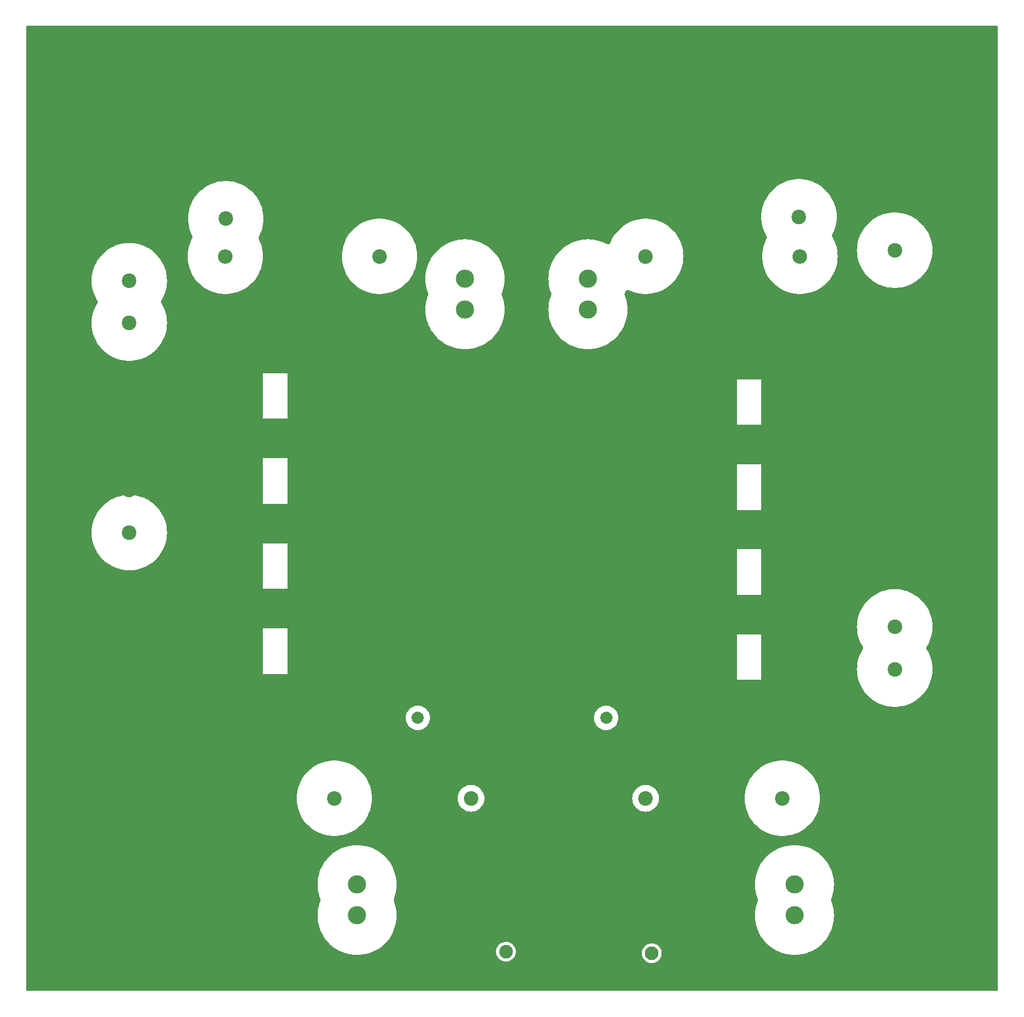
<source format=gbr>
%TF.GenerationSoftware,KiCad,Pcbnew,8.0.6*%
%TF.CreationDate,2024-12-10T22:17:20+01:00*%
%TF.ProjectId,lisn-pcb,6c69736e-2d70-4636-922e-6b696361645f,rev?*%
%TF.SameCoordinates,Original*%
%TF.FileFunction,Copper,L2,Bot*%
%TF.FilePolarity,Positive*%
%FSLAX46Y46*%
G04 Gerber Fmt 4.6, Leading zero omitted, Abs format (unit mm)*
G04 Created by KiCad (PCBNEW 8.0.6) date 2024-12-10 22:17:20*
%MOMM*%
%LPD*%
G01*
G04 APERTURE LIST*
%TA.AperFunction,ComponentPad*%
%ADD10C,2.400000*%
%TD*%
%TA.AperFunction,ComponentPad*%
%ADD11O,2.400000X2.400000*%
%TD*%
%TA.AperFunction,ComponentPad*%
%ADD12C,3.000000*%
%TD*%
%TA.AperFunction,ComponentPad*%
%ADD13C,2.000000*%
%TD*%
%TA.AperFunction,ComponentPad*%
%ADD14C,2.250000*%
%TD*%
%TA.AperFunction,ComponentPad*%
%ADD15C,0.800000*%
%TD*%
%TA.AperFunction,ComponentPad*%
%ADD16C,6.400000*%
%TD*%
%TA.AperFunction,ViaPad*%
%ADD17C,0.600000*%
%TD*%
G04 APERTURE END LIST*
D10*
%TO.P,R44,1*%
%TO.N,Net-(C4-Pad1)*%
X227240000Y-72500000D03*
D11*
%TO.P,R44,2*%
%TO.N,GND*%
X212000000Y-72500000D03*
%TD*%
D10*
%TO.P,C1,2*%
%TO.N,GND*%
X117000000Y-117500000D03*
%TO.P,C1,1*%
%TO.N,Net-(C1-Pad1)*%
X117000000Y-90000000D03*
%TD*%
%TO.P,C2,2*%
%TO.N,GND*%
X117000000Y-152000000D03*
%TO.P,C2,1*%
%TO.N,Net-(C1-Pad1)*%
X117000000Y-124500000D03*
%TD*%
%TO.P,C3,2*%
%TO.N,GND*%
X117000000Y-55500000D03*
%TO.P,C3,1*%
%TO.N,Net-(C1-Pad1)*%
X117000000Y-83000000D03*
%TD*%
%TO.P,C4,2*%
%TO.N,GND*%
X243000000Y-174500000D03*
%TO.P,C4,1*%
%TO.N,Net-(C4-Pad1)*%
X243000000Y-147000000D03*
%TD*%
%TO.P,C5,2*%
%TO.N,GND*%
X243000000Y-112500000D03*
%TO.P,C5,1*%
%TO.N,Net-(C4-Pad1)*%
X243000000Y-140000000D03*
%TD*%
%TO.P,C6,2*%
%TO.N,GND*%
X243000000Y-105500000D03*
%TO.P,C6,1*%
%TO.N,Net-(C4-Pad1)*%
X243000000Y-78000000D03*
%TD*%
%TO.P,C9,2*%
%TO.N,/SIG1*%
X173250000Y-168250000D03*
%TO.P,C9,1*%
%TO.N,/DUT_LINE*%
X150750000Y-168250000D03*
%TD*%
%TO.P,C12,2*%
%TO.N,/SIG2*%
X202000000Y-168250000D03*
%TO.P,C12,1*%
%TO.N,/DUT_NUT*%
X224500000Y-168250000D03*
%TD*%
D12*
%TO.P,J3,1,Pin_1*%
%TO.N,/LINE*%
X172250000Y-82710000D03*
X172250000Y-87790000D03*
%TD*%
%TO.P,J4,1,Pin_1*%
%TO.N,/NEUTRAL*%
X192500000Y-82710000D03*
X192500000Y-87790000D03*
%TD*%
%TO.P,J5,1,Pin_1*%
%TO.N,GND*%
X182250000Y-82710000D03*
X182250000Y-87790000D03*
%TD*%
%TO.P,J6,1,Pin_1*%
%TO.N,/DUT_LINE*%
X154500000Y-187540000D03*
X154500000Y-182460000D03*
%TD*%
%TO.P,J7,1,Pin_1*%
%TO.N,/DUT_NUT*%
X226500000Y-182460000D03*
X226500000Y-187540000D03*
%TD*%
D10*
%TO.P,R1,1*%
%TO.N,/LINE*%
X158200000Y-79000000D03*
D11*
%TO.P,R1,2*%
%TO.N,Net-(C1-Pad1)*%
X132800000Y-79000000D03*
%TD*%
%TO.P,R2,2*%
%TO.N,Net-(C4-Pad1)*%
X227400000Y-79000000D03*
D10*
%TO.P,R2,1*%
%TO.N,/NEUTRAL*%
X202000000Y-79000000D03*
%TD*%
D13*
%TO.P,GD1,2*%
%TO.N,GND*%
X154500000Y-155000000D03*
%TO.P,GD1,1*%
%TO.N,/SIG1*%
X164500000Y-155000000D03*
%TD*%
%TO.P,GD2,2*%
%TO.N,GND*%
X205500000Y-155000000D03*
%TO.P,GD2,1*%
%TO.N,/SIG2*%
X195500000Y-155000000D03*
%TD*%
D14*
%TO.P,J1,2,Ext*%
%TO.N,GND*%
X200460000Y-191210000D03*
X200460000Y-196290000D03*
X205540000Y-191210000D03*
X205540000Y-196290000D03*
%TO.P,J1,1,In*%
%TO.N,/CM_OUT*%
X203000000Y-193750000D03*
%TD*%
%TO.P,J2,2,Ext*%
%TO.N,GND*%
X176460000Y-190960000D03*
X176460000Y-196040000D03*
X181540000Y-190960000D03*
X181540000Y-196040000D03*
%TO.P,J2,1,In*%
%TO.N,/DM_OUT*%
X179000000Y-193500000D03*
%TD*%
D12*
%TO.P,J8,1,Pin_1*%
%TO.N,GND*%
X164500000Y-182460000D03*
X164500000Y-187540000D03*
%TD*%
%TO.P,J9,1,Pin_1*%
%TO.N,GND*%
X216500000Y-182460000D03*
X216500000Y-187540000D03*
%TD*%
D15*
%TO.P,H1,1,1*%
%TO.N,GND*%
X257750000Y-195250000D03*
X257000000Y-197000000D03*
X257000000Y-193500000D03*
X255250000Y-197750000D03*
D16*
X255250000Y-195250000D03*
D15*
X255250000Y-192750000D03*
X253500000Y-197000000D03*
X253500000Y-193500000D03*
X252750000Y-195250000D03*
%TD*%
%TO.P,H2,1,1*%
%TO.N,GND*%
X107250000Y-45750000D03*
X106500000Y-47500000D03*
X106500000Y-44000000D03*
X104750000Y-48250000D03*
D16*
X104750000Y-45750000D03*
D15*
X104750000Y-43250000D03*
X103000000Y-47500000D03*
X103000000Y-44000000D03*
X102250000Y-45750000D03*
%TD*%
%TO.P,H3,1,1*%
%TO.N,GND*%
X107250000Y-195250000D03*
X106500000Y-197000000D03*
X106500000Y-193500000D03*
X104750000Y-197750000D03*
D16*
X104750000Y-195250000D03*
D15*
X104750000Y-192750000D03*
X103000000Y-197000000D03*
X103000000Y-193500000D03*
X102250000Y-195250000D03*
%TD*%
%TO.P,H4,1,1*%
%TO.N,GND*%
X257750000Y-45750000D03*
X257000000Y-47500000D03*
X257000000Y-44000000D03*
X255250000Y-48250000D03*
D16*
X255250000Y-45750000D03*
D15*
X255250000Y-43250000D03*
X253500000Y-47500000D03*
X253500000Y-44000000D03*
X252750000Y-45750000D03*
%TD*%
D11*
%TO.P,R43,2*%
%TO.N,GND*%
X148120000Y-72800000D03*
D10*
%TO.P,R43,1*%
%TO.N,Net-(C1-Pad1)*%
X132880000Y-72800000D03*
%TD*%
D17*
%TO.N,GND*%
X102000000Y-188000000D03*
X102000000Y-186000000D03*
X102000000Y-184000000D03*
X102000000Y-182000000D03*
X102000000Y-180000000D03*
X102000000Y-178000000D03*
X102000000Y-176000000D03*
X102000000Y-174000000D03*
X102000000Y-172000000D03*
X102000000Y-170000000D03*
X102000000Y-168000000D03*
X102000000Y-166000000D03*
X102000000Y-164000000D03*
X102000000Y-162000000D03*
X102000000Y-160000000D03*
X102000000Y-158000000D03*
X102000000Y-156000000D03*
X102000000Y-154000000D03*
X102000000Y-152000000D03*
X102000000Y-150000000D03*
X102000000Y-148000000D03*
X102000000Y-146000000D03*
X102000000Y-144000000D03*
X102000000Y-142000000D03*
X102000000Y-140000000D03*
X102000000Y-138000000D03*
X102000000Y-136000000D03*
X102000000Y-134000000D03*
X102000000Y-132000000D03*
X102000000Y-130000000D03*
X102000000Y-128000000D03*
X102000000Y-126000000D03*
X102000000Y-124000000D03*
X102000000Y-122000000D03*
X102000000Y-120000000D03*
X102000000Y-118000000D03*
X102000000Y-116000000D03*
X102000000Y-114000000D03*
X102000000Y-112000000D03*
X102000000Y-110000000D03*
X102000000Y-108000000D03*
X102000000Y-106000000D03*
X102000000Y-104000000D03*
X102000000Y-102000000D03*
X102000000Y-100000000D03*
X102000000Y-98000000D03*
X102000000Y-96000000D03*
X102000000Y-94000000D03*
X102000000Y-92000000D03*
X102000000Y-90000000D03*
X102000000Y-88000000D03*
X102000000Y-86000000D03*
X102000000Y-84000000D03*
X102000000Y-82000000D03*
X102000000Y-80000000D03*
X102000000Y-78000000D03*
X102000000Y-76000000D03*
X102000000Y-74000000D03*
X102000000Y-72000000D03*
X102000000Y-70000000D03*
X102000000Y-68000000D03*
X102000000Y-66000000D03*
X102000000Y-64000000D03*
X102000000Y-62000000D03*
X102000000Y-60000000D03*
X102000000Y-58000000D03*
X102000000Y-56000000D03*
X102000000Y-54000000D03*
X102000000Y-52000000D03*
X258000000Y-188000000D03*
X258000000Y-186000000D03*
X258000000Y-184000000D03*
X258000000Y-182000000D03*
X258000000Y-180000000D03*
X258000000Y-178000000D03*
X258000000Y-176000000D03*
X258000000Y-174000000D03*
X258000000Y-172000000D03*
X258000000Y-170000000D03*
X258000000Y-168000000D03*
X258000000Y-166000000D03*
X258000000Y-164000000D03*
X258000000Y-162000000D03*
X258000000Y-160000000D03*
X258000000Y-158000000D03*
X258000000Y-156000000D03*
X258000000Y-154000000D03*
X258000000Y-152000000D03*
X258000000Y-150000000D03*
X258000000Y-148000000D03*
X258000000Y-146000000D03*
X258000000Y-144000000D03*
X258000000Y-142000000D03*
X258000000Y-140000000D03*
X258000000Y-138000000D03*
X258000000Y-136000000D03*
X258000000Y-134000000D03*
X258000000Y-132000000D03*
X258000000Y-130000000D03*
X258000000Y-128000000D03*
X258000000Y-126000000D03*
X258000000Y-124000000D03*
X258000000Y-122000000D03*
X258000000Y-120000000D03*
X258000000Y-118000000D03*
X258000000Y-116000000D03*
X258000000Y-114000000D03*
X258000000Y-112000000D03*
X258000000Y-110000000D03*
X258000000Y-108000000D03*
X258000000Y-106000000D03*
X258000000Y-104000000D03*
X258000000Y-102000000D03*
X258000000Y-100000000D03*
X258000000Y-98000000D03*
X258000000Y-96000000D03*
X258000000Y-94000000D03*
X258000000Y-92000000D03*
X258000000Y-90000000D03*
X258000000Y-88000000D03*
X258000000Y-86000000D03*
X258000000Y-84000000D03*
X258000000Y-82000000D03*
X258000000Y-80000000D03*
X258000000Y-78000000D03*
X258000000Y-76000000D03*
X258000000Y-74000000D03*
X258000000Y-72000000D03*
X258000000Y-70000000D03*
X258000000Y-68000000D03*
X258000000Y-66000000D03*
X258000000Y-64000000D03*
X258000000Y-62000000D03*
X258000000Y-60000000D03*
X258000000Y-58000000D03*
X258000000Y-56000000D03*
X258000000Y-54000000D03*
X258000000Y-52000000D03*
X160000000Y-95750000D03*
X162000000Y-95750000D03*
X164000000Y-95750000D03*
X166000000Y-95750000D03*
X168000000Y-95750000D03*
X170000000Y-95750000D03*
X172000000Y-95750000D03*
X174000000Y-95750000D03*
X176000000Y-95750000D03*
X178000000Y-95750000D03*
X180000000Y-95750000D03*
X182000000Y-95750000D03*
X184000000Y-95750000D03*
X186000000Y-95750000D03*
X188000000Y-95750000D03*
X190000000Y-95750000D03*
X192000000Y-95750000D03*
X194000000Y-95750000D03*
X196000000Y-95750000D03*
X198000000Y-95750000D03*
X200000000Y-95750000D03*
X168250000Y-107250000D03*
X193600000Y-180300000D03*
X200500000Y-131500000D03*
X199500000Y-108000000D03*
X199500000Y-105500000D03*
X199500000Y-123000000D03*
X161500000Y-106750000D03*
X159500000Y-128500000D03*
X168250000Y-106250000D03*
X192000000Y-136500000D03*
X160250000Y-123000000D03*
X160750000Y-112750000D03*
X192700000Y-185250000D03*
X191250000Y-106750000D03*
X191500000Y-113750000D03*
X199500000Y-106750000D03*
X158000000Y-95750000D03*
X199000000Y-122500000D03*
X160750000Y-137500000D03*
X160750000Y-122500000D03*
X188400000Y-184150000D03*
X160750000Y-123500000D03*
X191750000Y-147250000D03*
X193600000Y-184100000D03*
X191750000Y-107250000D03*
X168500000Y-113750000D03*
X160250000Y-146750000D03*
X199250000Y-146250000D03*
X199000000Y-136500000D03*
X199000000Y-137500000D03*
X199500000Y-137000000D03*
X168250000Y-147250000D03*
X192700000Y-179250000D03*
X160250000Y-131500000D03*
X199750000Y-113250000D03*
X191500000Y-137000000D03*
X191500000Y-112750000D03*
X160250000Y-128500000D03*
X189250000Y-179250000D03*
X102000000Y-190000000D03*
X198500000Y-106750000D03*
X199750000Y-146750000D03*
X160250000Y-113250000D03*
X258000000Y-190000000D03*
X185200000Y-175400000D03*
X192000000Y-137500000D03*
X168000000Y-137500000D03*
X199250000Y-112750000D03*
X160750000Y-136500000D03*
X189300000Y-185250000D03*
X202000000Y-95750000D03*
X199750000Y-131500000D03*
X159500000Y-131500000D03*
X160500000Y-108000000D03*
X168750000Y-106750000D03*
X160750000Y-146250000D03*
X168000000Y-136500000D03*
X168750000Y-146750000D03*
X199250000Y-147250000D03*
X188400000Y-180300000D03*
X168250000Y-146250000D03*
X191250000Y-146750000D03*
X160750000Y-113750000D03*
X185200000Y-172150000D03*
X199000000Y-123500000D03*
X160750000Y-147250000D03*
X191750000Y-146250000D03*
X199250000Y-113750000D03*
X160500000Y-106750000D03*
X168500000Y-137000000D03*
X184000000Y-173800000D03*
X191000000Y-113250000D03*
X199750000Y-128500000D03*
X191750000Y-106250000D03*
X200500000Y-128500000D03*
X160500000Y-105500000D03*
X168500000Y-112750000D03*
X160250000Y-137000000D03*
X169000000Y-113250000D03*
%TD*%
%TA.AperFunction,Conductor*%
%TO.N,GND*%
G36*
X209500000Y-175250000D02*
G01*
X167750000Y-175250000D01*
X163736667Y-168250000D01*
X171044778Y-168250000D01*
X171063644Y-168537843D01*
X171119918Y-168820749D01*
X171119919Y-168820753D01*
X171212641Y-169093902D01*
X171340222Y-169352611D01*
X171500480Y-169592454D01*
X171582235Y-169685678D01*
X171690672Y-169809327D01*
X171799109Y-169904423D01*
X171907546Y-169999520D01*
X172147389Y-170159778D01*
X172406098Y-170287359D01*
X172679247Y-170380081D01*
X172962156Y-170436355D01*
X172962161Y-170436356D01*
X173250000Y-170455222D01*
X173537839Y-170436356D01*
X173820753Y-170380081D01*
X174093902Y-170287359D01*
X174352611Y-170159778D01*
X174592454Y-169999520D01*
X174809327Y-169809327D01*
X174999520Y-169592454D01*
X175159778Y-169352611D01*
X175287359Y-169093902D01*
X175380081Y-168820753D01*
X175436356Y-168537839D01*
X175455222Y-168250000D01*
X199794778Y-168250000D01*
X199813644Y-168537843D01*
X199869918Y-168820749D01*
X199869919Y-168820753D01*
X199962641Y-169093902D01*
X200090222Y-169352611D01*
X200250480Y-169592454D01*
X200332235Y-169685678D01*
X200440672Y-169809327D01*
X200549109Y-169904423D01*
X200657546Y-169999520D01*
X200897389Y-170159778D01*
X201156098Y-170287359D01*
X201429247Y-170380081D01*
X201712156Y-170436355D01*
X201712161Y-170436356D01*
X202000000Y-170455222D01*
X202287839Y-170436356D01*
X202570753Y-170380081D01*
X202843902Y-170287359D01*
X203102611Y-170159778D01*
X203342454Y-169999520D01*
X203559327Y-169809327D01*
X203749520Y-169592454D01*
X203909778Y-169352611D01*
X204037359Y-169093902D01*
X204130081Y-168820753D01*
X204186356Y-168537839D01*
X204205222Y-168250000D01*
X204186356Y-167962161D01*
X204130081Y-167679247D01*
X204037359Y-167406098D01*
X203909778Y-167147389D01*
X203749520Y-166907546D01*
X203654423Y-166799109D01*
X203559327Y-166690672D01*
X203435678Y-166582235D01*
X203342454Y-166500480D01*
X203102611Y-166340222D01*
X202843903Y-166212641D01*
X202703531Y-166164991D01*
X202570753Y-166119919D01*
X202570750Y-166119918D01*
X202570749Y-166119918D01*
X202287843Y-166063644D01*
X202287844Y-166063644D01*
X202000000Y-166044778D01*
X201712156Y-166063644D01*
X201429250Y-166119918D01*
X201429244Y-166119920D01*
X201156096Y-166212641D01*
X200897388Y-166340222D01*
X200657547Y-166500479D01*
X200440672Y-166690672D01*
X200250479Y-166907547D01*
X200090222Y-167147388D01*
X199962641Y-167406096D01*
X199869920Y-167679244D01*
X199869918Y-167679250D01*
X199813644Y-167962156D01*
X199794778Y-168250000D01*
X175455222Y-168250000D01*
X175436356Y-167962161D01*
X175380081Y-167679247D01*
X175287359Y-167406098D01*
X175159778Y-167147389D01*
X174999520Y-166907546D01*
X174904423Y-166799109D01*
X174809327Y-166690672D01*
X174685678Y-166582235D01*
X174592454Y-166500480D01*
X174352611Y-166340222D01*
X174093903Y-166212641D01*
X173953531Y-166164991D01*
X173820753Y-166119919D01*
X173820750Y-166119918D01*
X173820749Y-166119918D01*
X173537843Y-166063644D01*
X173537844Y-166063644D01*
X173250000Y-166044778D01*
X172962156Y-166063644D01*
X172679250Y-166119918D01*
X172679244Y-166119920D01*
X172406096Y-166212641D01*
X172147388Y-166340222D01*
X171907547Y-166500479D01*
X171690672Y-166690672D01*
X171500479Y-166907547D01*
X171340222Y-167147388D01*
X171212641Y-167406096D01*
X171119920Y-167679244D01*
X171119918Y-167679250D01*
X171063644Y-167962156D01*
X171044778Y-168250000D01*
X163736667Y-168250000D01*
X157000000Y-156500000D01*
X157000000Y-155000000D01*
X162494390Y-155000000D01*
X162514805Y-155285436D01*
X162575629Y-155565043D01*
X162675633Y-155833161D01*
X162812774Y-156084315D01*
X162881368Y-156175947D01*
X162984258Y-156313392D01*
X163186607Y-156515741D01*
X163278237Y-156584333D01*
X163415685Y-156687226D01*
X163666839Y-156824367D01*
X163857648Y-156895535D01*
X163934956Y-156924370D01*
X164195138Y-156980968D01*
X164214572Y-156985196D01*
X164500000Y-157005610D01*
X164785428Y-156985196D01*
X164905048Y-156959174D01*
X165065043Y-156924370D01*
X165065046Y-156924369D01*
X165333161Y-156824367D01*
X165584315Y-156687226D01*
X165813395Y-156515739D01*
X166015739Y-156313395D01*
X166187226Y-156084315D01*
X166324367Y-155833161D01*
X166424369Y-155565046D01*
X166485196Y-155285428D01*
X166505610Y-155000000D01*
X193494390Y-155000000D01*
X193514805Y-155285436D01*
X193575629Y-155565043D01*
X193675633Y-155833161D01*
X193812774Y-156084315D01*
X193881368Y-156175947D01*
X193984258Y-156313392D01*
X194186607Y-156515741D01*
X194278237Y-156584333D01*
X194415685Y-156687226D01*
X194666839Y-156824367D01*
X194857648Y-156895535D01*
X194934956Y-156924370D01*
X195195138Y-156980968D01*
X195214572Y-156985196D01*
X195500000Y-157005610D01*
X195785428Y-156985196D01*
X195905048Y-156959174D01*
X196065043Y-156924370D01*
X196065046Y-156924369D01*
X196333161Y-156824367D01*
X196584315Y-156687226D01*
X196813395Y-156515739D01*
X197015739Y-156313395D01*
X197187226Y-156084315D01*
X197324367Y-155833161D01*
X197424369Y-155565046D01*
X197485196Y-155285428D01*
X197505610Y-155000000D01*
X197485196Y-154714572D01*
X197480968Y-154695138D01*
X197424370Y-154434956D01*
X197395535Y-154357648D01*
X197324367Y-154166839D01*
X197187226Y-153915685D01*
X197084333Y-153778237D01*
X197015741Y-153686607D01*
X196813392Y-153484258D01*
X196675947Y-153381368D01*
X196584315Y-153312774D01*
X196584313Y-153312773D01*
X196584312Y-153312772D01*
X196333161Y-153175633D01*
X196065043Y-153075629D01*
X195785436Y-153014805D01*
X195785430Y-153014804D01*
X195785428Y-153014804D01*
X195500000Y-152994390D01*
X195214572Y-153014804D01*
X195214569Y-153014804D01*
X195214563Y-153014805D01*
X194934956Y-153075629D01*
X194666838Y-153175633D01*
X194415687Y-153312772D01*
X194415682Y-153312776D01*
X194186607Y-153484258D01*
X193984258Y-153686607D01*
X193812776Y-153915682D01*
X193812772Y-153915687D01*
X193675633Y-154166838D01*
X193575629Y-154434956D01*
X193514805Y-154714563D01*
X193494390Y-155000000D01*
X166505610Y-155000000D01*
X166485196Y-154714572D01*
X166480968Y-154695138D01*
X166424370Y-154434956D01*
X166395535Y-154357648D01*
X166324367Y-154166839D01*
X166187226Y-153915685D01*
X166084333Y-153778237D01*
X166015741Y-153686607D01*
X165813392Y-153484258D01*
X165675947Y-153381368D01*
X165584315Y-153312774D01*
X165584313Y-153312773D01*
X165584312Y-153312772D01*
X165333161Y-153175633D01*
X165065043Y-153075629D01*
X164785436Y-153014805D01*
X164785430Y-153014804D01*
X164785428Y-153014804D01*
X164500000Y-152994390D01*
X164214572Y-153014804D01*
X164214569Y-153014804D01*
X164214563Y-153014805D01*
X163934956Y-153075629D01*
X163666838Y-153175633D01*
X163415687Y-153312772D01*
X163415682Y-153312776D01*
X163186607Y-153484258D01*
X162984258Y-153686607D01*
X162812776Y-153915682D01*
X162812772Y-153915687D01*
X162675633Y-154166838D01*
X162575629Y-154434956D01*
X162514805Y-154714563D01*
X162494390Y-155000000D01*
X157000000Y-155000000D01*
X157000000Y-144500000D01*
X209500000Y-144500000D01*
X209500000Y-175250000D01*
G37*
%TD.AperFunction*%
%TD*%
%TA.AperFunction,Conductor*%
%TO.N,GND*%
G36*
X209687500Y-185843750D02*
G01*
X209812500Y-194500000D01*
X259974500Y-194250127D01*
X259974500Y-199848500D01*
X259954498Y-199916621D01*
X259900842Y-199963114D01*
X259848500Y-199974500D01*
X100151500Y-199974500D01*
X100083379Y-199954498D01*
X100036886Y-199900842D01*
X100025500Y-199848500D01*
X100025500Y-194500044D01*
X171000000Y-194625000D01*
X170984043Y-193500000D01*
X177369474Y-193500000D01*
X177389548Y-193755070D01*
X177449278Y-194003860D01*
X177547191Y-194240243D01*
X177555535Y-194253860D01*
X177680878Y-194458400D01*
X177680879Y-194458402D01*
X177847043Y-194652956D01*
X178041597Y-194819120D01*
X178041601Y-194819123D01*
X178259757Y-194952809D01*
X178496140Y-195050722D01*
X178744930Y-195110452D01*
X179000000Y-195130526D01*
X179255070Y-195110452D01*
X179503860Y-195050722D01*
X179740243Y-194952809D01*
X179958399Y-194819123D01*
X180152956Y-194652956D01*
X180319123Y-194458399D01*
X180452809Y-194240243D01*
X180550722Y-194003860D01*
X180610452Y-193755070D01*
X180610851Y-193750000D01*
X201369474Y-193750000D01*
X201389548Y-194005070D01*
X201449277Y-194253857D01*
X201547190Y-194490241D01*
X201680878Y-194708400D01*
X201680879Y-194708402D01*
X201847043Y-194902956D01*
X201905414Y-194952809D01*
X202041601Y-195069123D01*
X202259757Y-195202809D01*
X202496140Y-195300722D01*
X202744930Y-195360452D01*
X203000000Y-195380526D01*
X203255070Y-195360452D01*
X203503860Y-195300722D01*
X203740243Y-195202809D01*
X203958399Y-195069123D01*
X204152956Y-194902956D01*
X204319123Y-194708399D01*
X204452809Y-194490243D01*
X204550722Y-194253860D01*
X204610452Y-194005070D01*
X204630526Y-193750000D01*
X204610452Y-193494930D01*
X204550722Y-193246140D01*
X204452809Y-193009757D01*
X204319123Y-192791601D01*
X204291926Y-192759757D01*
X204152956Y-192597043D01*
X203958402Y-192430879D01*
X203958400Y-192430878D01*
X203958399Y-192430877D01*
X203740243Y-192297191D01*
X203503860Y-192199278D01*
X203503858Y-192199277D01*
X203503857Y-192199277D01*
X203369969Y-192167133D01*
X203255070Y-192139548D01*
X203255071Y-192139548D01*
X203000000Y-192119474D01*
X202744929Y-192139548D01*
X202496142Y-192199277D01*
X202259758Y-192297190D01*
X202041599Y-192430878D01*
X202041597Y-192430879D01*
X201847043Y-192597043D01*
X201680879Y-192791597D01*
X201680878Y-192791599D01*
X201547190Y-193009758D01*
X201449277Y-193246142D01*
X201389548Y-193494929D01*
X201369474Y-193750000D01*
X180610851Y-193750000D01*
X180630526Y-193500000D01*
X180610452Y-193244930D01*
X180550722Y-192996140D01*
X180452809Y-192759757D01*
X180319123Y-192541601D01*
X180224558Y-192430879D01*
X180152956Y-192347043D01*
X179958402Y-192180879D01*
X179958400Y-192180878D01*
X179958399Y-192180877D01*
X179740243Y-192047191D01*
X179503860Y-191949278D01*
X179503858Y-191949277D01*
X179503857Y-191949277D01*
X179369969Y-191917133D01*
X179255070Y-191889548D01*
X179255071Y-191889548D01*
X179000000Y-191869474D01*
X178744929Y-191889548D01*
X178496142Y-191949277D01*
X178259758Y-192047190D01*
X178041599Y-192180878D01*
X178041597Y-192180879D01*
X177847043Y-192347043D01*
X177680879Y-192541597D01*
X177680878Y-192541599D01*
X177547190Y-192759758D01*
X177449277Y-192996142D01*
X177389548Y-193244929D01*
X177389548Y-193244930D01*
X177369474Y-193500000D01*
X170984043Y-193500000D01*
X170875000Y-185812500D01*
X209687500Y-185843750D01*
G37*
%TD.AperFunction*%
%TD*%
%TA.AperFunction,Conductor*%
%TO.N,GND*%
G36*
X259916621Y-41045502D02*
G01*
X259963114Y-41099158D01*
X259974500Y-41151500D01*
X259974500Y-196000000D01*
X253750000Y-196000000D01*
X253750000Y-41025500D01*
X259848500Y-41025500D01*
X259916621Y-41045502D01*
G37*
%TD.AperFunction*%
%TD*%
%TA.AperFunction,Conductor*%
%TO.N,GND*%
G36*
X106250000Y-41250000D02*
G01*
X106250000Y-199974500D01*
X100151500Y-199974500D01*
X100083379Y-199954498D01*
X100036886Y-199900842D01*
X100025500Y-199848500D01*
X100025500Y-41151500D01*
X100045502Y-41083379D01*
X100099158Y-41036886D01*
X100151500Y-41025500D01*
X100637500Y-41025500D01*
X106250000Y-41250000D01*
G37*
%TD.AperFunction*%
%TD*%
%TA.AperFunction,Conductor*%
%TO.N,GND*%
G36*
X259616085Y-41045713D02*
G01*
X259745280Y-41104714D01*
X259852619Y-41197724D01*
X259929406Y-41317208D01*
X259969421Y-41453485D01*
X259974500Y-41524500D01*
X259974500Y-199475500D01*
X259954287Y-199616085D01*
X259895286Y-199745280D01*
X259802276Y-199852619D01*
X259682792Y-199929406D01*
X259546515Y-199969421D01*
X259475500Y-199974500D01*
X206340465Y-199974500D01*
X206199880Y-199954287D01*
X206070685Y-199895286D01*
X205963346Y-199802276D01*
X205886559Y-199682792D01*
X205846544Y-199546515D01*
X205846544Y-199404485D01*
X205886559Y-199268208D01*
X205963346Y-199148724D01*
X206070685Y-199055714D01*
X206073767Y-199053750D01*
X206482491Y-198795289D01*
X206482493Y-198795287D01*
X206482505Y-198795280D01*
X206877189Y-198498694D01*
X207246727Y-198171311D01*
X207588724Y-197815255D01*
X207900961Y-197432834D01*
X208181414Y-197026528D01*
X208181419Y-197026518D01*
X208181425Y-197026510D01*
X208428254Y-196598987D01*
X208428263Y-196598972D01*
X208639908Y-196152940D01*
X208814976Y-195691324D01*
X208887393Y-195441312D01*
X208952327Y-195217137D01*
X208952328Y-195217131D01*
X208952332Y-195217118D01*
X209051084Y-194733397D01*
X209110593Y-194243298D01*
X209110594Y-194243279D01*
X209130472Y-193750008D01*
X209130472Y-193749991D01*
X209110594Y-193256720D01*
X209110593Y-193256711D01*
X209110593Y-193256702D01*
X209051084Y-192766603D01*
X208952332Y-192282882D01*
X208952328Y-192282868D01*
X208952327Y-192282862D01*
X208814979Y-191808687D01*
X208814973Y-191808668D01*
X208798400Y-191764970D01*
X208639908Y-191347060D01*
X208428263Y-190901028D01*
X208428254Y-190901012D01*
X208181425Y-190473489D01*
X208181412Y-190473469D01*
X207900968Y-190067176D01*
X207900965Y-190067171D01*
X207870261Y-190029565D01*
X207588724Y-189684745D01*
X207588718Y-189684739D01*
X207588716Y-189684736D01*
X207246734Y-189328695D01*
X207246730Y-189328692D01*
X206877191Y-189001308D01*
X206877186Y-189001303D01*
X206482521Y-188704731D01*
X206482491Y-188704710D01*
X206065236Y-188440855D01*
X206065228Y-188440851D01*
X205628106Y-188211431D01*
X205628090Y-188211423D01*
X205579817Y-188190856D01*
X205173895Y-188017909D01*
X204705593Y-187861567D01*
X204226246Y-187743419D01*
X203738948Y-187664226D01*
X203246858Y-187624500D01*
X203246849Y-187624500D01*
X202753151Y-187624500D01*
X202753141Y-187624500D01*
X202261051Y-187664226D01*
X201773753Y-187743419D01*
X201294406Y-187861567D01*
X200826104Y-188017909D01*
X200371909Y-188211423D01*
X200371893Y-188211431D01*
X199934771Y-188440851D01*
X199934763Y-188440855D01*
X199517508Y-188704710D01*
X199517478Y-188704731D01*
X199122813Y-189001303D01*
X199122808Y-189001308D01*
X198753269Y-189328692D01*
X198753265Y-189328695D01*
X198411283Y-189684736D01*
X198411280Y-189684740D01*
X198099034Y-190067171D01*
X198099031Y-190067176D01*
X197818587Y-190473469D01*
X197818574Y-190473489D01*
X197571745Y-190901012D01*
X197571737Y-190901027D01*
X197360091Y-191347061D01*
X197360090Y-191347065D01*
X197185026Y-191808668D01*
X197185020Y-191808687D01*
X197047672Y-192282862D01*
X197047671Y-192282868D01*
X196948916Y-192766601D01*
X196889406Y-193256711D01*
X196889405Y-193256720D01*
X196869528Y-193749991D01*
X196869528Y-193750008D01*
X196889405Y-194243279D01*
X196889406Y-194243288D01*
X196948916Y-194733398D01*
X197047671Y-195217131D01*
X197047672Y-195217137D01*
X197185020Y-195691312D01*
X197185026Y-195691331D01*
X197360090Y-196152934D01*
X197360091Y-196152938D01*
X197571737Y-196598972D01*
X197571745Y-196598987D01*
X197818574Y-197026510D01*
X197818587Y-197026530D01*
X198099031Y-197432823D01*
X198099034Y-197432828D01*
X198099039Y-197432834D01*
X198411276Y-197815255D01*
X198411280Y-197815259D01*
X198411283Y-197815263D01*
X198753265Y-198171304D01*
X198753269Y-198171307D01*
X198753273Y-198171311D01*
X199122808Y-198498691D01*
X199122813Y-198498696D01*
X199517478Y-198795268D01*
X199517508Y-198795289D01*
X199926233Y-199053750D01*
X200034250Y-199145971D01*
X200111911Y-199264889D01*
X200152922Y-199400869D01*
X200153963Y-199542895D01*
X200114948Y-199679462D01*
X200039038Y-199799504D01*
X199932382Y-199893298D01*
X199803623Y-199953244D01*
X199663190Y-199974487D01*
X199659535Y-199974500D01*
X181869360Y-199974500D01*
X181728775Y-199954287D01*
X181599580Y-199895286D01*
X181492241Y-199802276D01*
X181415454Y-199682792D01*
X181375439Y-199546515D01*
X181375439Y-199404485D01*
X181415454Y-199268208D01*
X181492241Y-199148724D01*
X181599580Y-199055714D01*
X181637463Y-199033658D01*
X182065228Y-198809148D01*
X182065236Y-198809144D01*
X182482491Y-198545289D01*
X182482493Y-198545287D01*
X182482505Y-198545280D01*
X182877189Y-198248694D01*
X183246727Y-197921311D01*
X183348592Y-197815259D01*
X183588716Y-197565263D01*
X183588724Y-197565255D01*
X183900961Y-197182834D01*
X184181414Y-196776528D01*
X184181419Y-196776518D01*
X184181425Y-196776510D01*
X184428254Y-196348987D01*
X184428263Y-196348972D01*
X184639908Y-195902940D01*
X184814976Y-195441324D01*
X184881718Y-195210902D01*
X184952327Y-194967137D01*
X184952328Y-194967131D01*
X184952332Y-194967118D01*
X185051084Y-194483397D01*
X185110593Y-193993298D01*
X185110594Y-193993279D01*
X185130472Y-193500008D01*
X185130472Y-193499991D01*
X185110594Y-193006720D01*
X185110593Y-193006711D01*
X185110593Y-193006702D01*
X185051084Y-192516603D01*
X184952332Y-192032882D01*
X184952328Y-192032868D01*
X184952327Y-192032862D01*
X184814979Y-191558687D01*
X184814973Y-191558668D01*
X184741090Y-191363855D01*
X184639908Y-191097060D01*
X184428263Y-190651028D01*
X184337281Y-190493442D01*
X184181425Y-190223489D01*
X184181412Y-190223469D01*
X183900968Y-189817176D01*
X183900965Y-189817171D01*
X183900961Y-189817166D01*
X183588724Y-189434745D01*
X183588718Y-189434739D01*
X183588716Y-189434736D01*
X183246734Y-189078695D01*
X183246730Y-189078692D01*
X183224160Y-189058697D01*
X182877189Y-188751306D01*
X182877186Y-188751303D01*
X182482521Y-188454731D01*
X182482491Y-188454710D01*
X182065236Y-188190855D01*
X182065228Y-188190851D01*
X181628106Y-187961431D01*
X181628090Y-187961423D01*
X181173895Y-187767909D01*
X180705593Y-187611567D01*
X180226246Y-187493419D01*
X179738948Y-187414226D01*
X179246858Y-187374500D01*
X179246849Y-187374500D01*
X178753151Y-187374500D01*
X178753141Y-187374500D01*
X178261051Y-187414226D01*
X177773753Y-187493419D01*
X177294406Y-187611567D01*
X176826104Y-187767909D01*
X176371909Y-187961423D01*
X176371893Y-187961431D01*
X175934771Y-188190851D01*
X175934763Y-188190855D01*
X175517508Y-188454710D01*
X175517478Y-188454731D01*
X175122813Y-188751303D01*
X175122808Y-188751308D01*
X174753269Y-189078692D01*
X174753265Y-189078695D01*
X174411283Y-189434736D01*
X174411280Y-189434740D01*
X174099034Y-189817171D01*
X174099031Y-189817176D01*
X173818587Y-190223469D01*
X173818574Y-190223489D01*
X173571745Y-190651012D01*
X173571737Y-190651027D01*
X173360091Y-191097061D01*
X173360090Y-191097065D01*
X173185026Y-191558668D01*
X173185020Y-191558687D01*
X173047672Y-192032862D01*
X173047671Y-192032868D01*
X172948916Y-192516601D01*
X172889406Y-193006711D01*
X172889405Y-193006720D01*
X172869528Y-193499991D01*
X172869528Y-193500008D01*
X172889405Y-193993279D01*
X172889406Y-193993288D01*
X172889406Y-193993295D01*
X172889407Y-193993298D01*
X172919760Y-194243279D01*
X172948916Y-194483398D01*
X173047671Y-194967131D01*
X173047672Y-194967137D01*
X173185020Y-195441312D01*
X173185026Y-195441331D01*
X173360090Y-195902934D01*
X173360091Y-195902938D01*
X173571737Y-196348972D01*
X173571745Y-196348987D01*
X173818574Y-196776510D01*
X173818587Y-196776530D01*
X174099031Y-197182823D01*
X174099034Y-197182828D01*
X174099039Y-197182834D01*
X174411276Y-197565255D01*
X174411280Y-197565259D01*
X174411283Y-197565263D01*
X174753265Y-197921304D01*
X174753269Y-197921307D01*
X174753273Y-197921311D01*
X175035464Y-198171311D01*
X175122808Y-198248691D01*
X175122813Y-198248696D01*
X175517478Y-198545268D01*
X175517508Y-198545289D01*
X175934763Y-198809144D01*
X175934771Y-198809148D01*
X176362537Y-199033658D01*
X176477625Y-199116888D01*
X176564602Y-199229172D01*
X176616423Y-199361411D01*
X176628888Y-199502893D01*
X176600988Y-199642156D01*
X176534983Y-199767917D01*
X176436220Y-199869989D01*
X176312702Y-199940101D01*
X176174434Y-199972575D01*
X176130640Y-199974500D01*
X100524500Y-199974500D01*
X100383915Y-199954287D01*
X100254720Y-199895286D01*
X100147381Y-199802276D01*
X100070594Y-199682792D01*
X100030579Y-199546515D01*
X100025500Y-199475500D01*
X100025500Y-182459991D01*
X147994484Y-182459991D01*
X147994484Y-182460008D01*
X148014536Y-182970408D01*
X148014537Y-182970410D01*
X148074578Y-183477693D01*
X148174231Y-183978678D01*
X148174235Y-183978697D01*
X148312884Y-184470306D01*
X148312887Y-184470315D01*
X148312893Y-184470330D01*
X148444581Y-184827288D01*
X148474276Y-184966180D01*
X148463637Y-185107811D01*
X148444581Y-185172712D01*
X148312888Y-185529683D01*
X148312884Y-185529693D01*
X148174235Y-186021302D01*
X148174231Y-186021321D01*
X148074578Y-186522306D01*
X148014537Y-187029589D01*
X148014536Y-187029591D01*
X147994484Y-187539991D01*
X147994484Y-187540008D01*
X148014536Y-188050408D01*
X148014537Y-188050410D01*
X148074578Y-188557693D01*
X148174231Y-189058678D01*
X148174235Y-189058697D01*
X148312884Y-189550306D01*
X148312887Y-189550315D01*
X148362479Y-189684740D01*
X148489687Y-190029555D01*
X148489692Y-190029565D01*
X148703533Y-190493422D01*
X148703551Y-190493457D01*
X148953129Y-190939112D01*
X149236933Y-191363855D01*
X149553146Y-191764970D01*
X149553163Y-191764990D01*
X149553167Y-191764995D01*
X149899906Y-192140094D01*
X150275005Y-192486833D01*
X150275009Y-192486836D01*
X150275029Y-192486853D01*
X150676144Y-192803066D01*
X150676151Y-192803070D01*
X150676154Y-192803073D01*
X151100877Y-193086864D01*
X151100883Y-193086867D01*
X151100887Y-193086870D01*
X151404145Y-193256702D01*
X151546558Y-193336457D01*
X151546572Y-193336463D01*
X151546577Y-193336466D01*
X152010434Y-193550307D01*
X152010444Y-193550312D01*
X152010447Y-193550313D01*
X152489685Y-193727113D01*
X152748522Y-193800112D01*
X152981302Y-193865764D01*
X152981305Y-193865764D01*
X152981317Y-193865768D01*
X153316840Y-193932507D01*
X153482306Y-193965421D01*
X153482310Y-193965421D01*
X153482313Y-193965422D01*
X153989583Y-194025462D01*
X153989589Y-194025462D01*
X153989591Y-194025463D01*
X154499992Y-194045516D01*
X154500000Y-194045516D01*
X154500008Y-194045516D01*
X155010408Y-194025463D01*
X155010409Y-194025462D01*
X155010417Y-194025462D01*
X155517687Y-193965422D01*
X155517690Y-193965421D01*
X155517693Y-193965421D01*
X155599278Y-193949192D01*
X156018683Y-193865768D01*
X156510315Y-193727113D01*
X156989553Y-193550313D01*
X157453442Y-193336457D01*
X157899123Y-193086864D01*
X158323846Y-192803073D01*
X158687232Y-192516603D01*
X158724970Y-192486853D01*
X158724974Y-192486848D01*
X158724995Y-192486833D01*
X159100094Y-192140094D01*
X159446833Y-191764995D01*
X159763073Y-191363846D01*
X160046864Y-190939123D01*
X160296457Y-190493442D01*
X160510313Y-190029553D01*
X160687113Y-189550315D01*
X160825768Y-189058683D01*
X160925422Y-188557687D01*
X160985462Y-188050417D01*
X160985462Y-188050409D01*
X160985463Y-188050408D01*
X161005516Y-187540008D01*
X161005516Y-187539991D01*
X160985463Y-187029591D01*
X160985462Y-187029589D01*
X160985462Y-187029583D01*
X160925422Y-186522313D01*
X160825768Y-186021317D01*
X160687113Y-185529685D01*
X160555418Y-185172711D01*
X160525724Y-185033821D01*
X160536361Y-184892190D01*
X160555419Y-184827287D01*
X160687107Y-184470330D01*
X160687113Y-184470315D01*
X160825768Y-183978683D01*
X160925422Y-183477687D01*
X160985462Y-182970417D01*
X160985462Y-182970409D01*
X160985463Y-182970408D01*
X161005516Y-182460008D01*
X161005516Y-182459991D01*
X219994484Y-182459991D01*
X219994484Y-182460008D01*
X220014536Y-182970408D01*
X220014537Y-182970410D01*
X220074578Y-183477693D01*
X220174231Y-183978678D01*
X220174235Y-183978697D01*
X220312884Y-184470306D01*
X220312887Y-184470315D01*
X220312893Y-184470330D01*
X220444581Y-184827288D01*
X220474276Y-184966180D01*
X220463637Y-185107811D01*
X220444581Y-185172712D01*
X220312888Y-185529683D01*
X220312884Y-185529693D01*
X220174235Y-186021302D01*
X220174231Y-186021321D01*
X220074578Y-186522306D01*
X220014537Y-187029589D01*
X220014536Y-187029591D01*
X219994484Y-187539991D01*
X219994484Y-187540008D01*
X220014536Y-188050408D01*
X220014537Y-188050410D01*
X220074578Y-188557693D01*
X220174231Y-189058678D01*
X220174235Y-189058697D01*
X220312884Y-189550306D01*
X220312887Y-189550315D01*
X220362479Y-189684740D01*
X220489687Y-190029555D01*
X220489692Y-190029565D01*
X220703533Y-190493422D01*
X220703551Y-190493457D01*
X220953129Y-190939112D01*
X221236933Y-191363855D01*
X221553146Y-191764970D01*
X221553163Y-191764990D01*
X221553167Y-191764995D01*
X221899906Y-192140094D01*
X222275005Y-192486833D01*
X222275009Y-192486836D01*
X222275029Y-192486853D01*
X222676144Y-192803066D01*
X222676151Y-192803070D01*
X222676154Y-192803073D01*
X223100877Y-193086864D01*
X223100883Y-193086867D01*
X223100887Y-193086870D01*
X223404145Y-193256702D01*
X223546558Y-193336457D01*
X223546572Y-193336463D01*
X223546577Y-193336466D01*
X224010434Y-193550307D01*
X224010444Y-193550312D01*
X224010447Y-193550313D01*
X224489685Y-193727113D01*
X224748522Y-193800112D01*
X224981302Y-193865764D01*
X224981305Y-193865764D01*
X224981317Y-193865768D01*
X225316840Y-193932507D01*
X225482306Y-193965421D01*
X225482310Y-193965421D01*
X225482313Y-193965422D01*
X225989583Y-194025462D01*
X225989589Y-194025462D01*
X225989591Y-194025463D01*
X226499992Y-194045516D01*
X226500000Y-194045516D01*
X226500008Y-194045516D01*
X227010408Y-194025463D01*
X227010409Y-194025462D01*
X227010417Y-194025462D01*
X227517687Y-193965422D01*
X227517690Y-193965421D01*
X227517693Y-193965421D01*
X227599278Y-193949192D01*
X228018683Y-193865768D01*
X228510315Y-193727113D01*
X228989553Y-193550313D01*
X229453442Y-193336457D01*
X229899123Y-193086864D01*
X230323846Y-192803073D01*
X230687232Y-192516603D01*
X230724970Y-192486853D01*
X230724974Y-192486848D01*
X230724995Y-192486833D01*
X231100094Y-192140094D01*
X231446833Y-191764995D01*
X231763073Y-191363846D01*
X232046864Y-190939123D01*
X232296457Y-190493442D01*
X232510313Y-190029553D01*
X232687113Y-189550315D01*
X232825768Y-189058683D01*
X232925422Y-188557687D01*
X232985462Y-188050417D01*
X232985462Y-188050409D01*
X232985463Y-188050408D01*
X233005516Y-187540008D01*
X233005516Y-187539991D01*
X232985463Y-187029591D01*
X232985462Y-187029589D01*
X232985462Y-187029583D01*
X232925422Y-186522313D01*
X232825768Y-186021317D01*
X232687113Y-185529685D01*
X232555418Y-185172711D01*
X232525724Y-185033821D01*
X232536361Y-184892190D01*
X232555419Y-184827287D01*
X232687107Y-184470330D01*
X232687113Y-184470315D01*
X232825768Y-183978683D01*
X232925422Y-183477687D01*
X232985462Y-182970417D01*
X232985462Y-182970409D01*
X232985463Y-182970408D01*
X233005516Y-182460008D01*
X233005516Y-182459991D01*
X232985463Y-181949591D01*
X232985462Y-181949589D01*
X232985462Y-181949583D01*
X232925422Y-181442313D01*
X232825768Y-180941317D01*
X232687113Y-180449685D01*
X232510313Y-179970447D01*
X232296457Y-179506558D01*
X232046864Y-179060877D01*
X231763073Y-178636154D01*
X231763070Y-178636151D01*
X231763066Y-178636144D01*
X231446853Y-178235029D01*
X231446836Y-178235009D01*
X231446833Y-178235005D01*
X231100094Y-177859906D01*
X230724995Y-177513167D01*
X230724990Y-177513163D01*
X230724970Y-177513146D01*
X230323855Y-177196933D01*
X230307954Y-177186308D01*
X229899123Y-176913136D01*
X229899119Y-176913134D01*
X229899112Y-176913129D01*
X229453457Y-176663551D01*
X229453448Y-176663546D01*
X229453442Y-176663543D01*
X229453436Y-176663540D01*
X229453422Y-176663533D01*
X228989565Y-176449692D01*
X228989555Y-176449687D01*
X228731248Y-176354393D01*
X228510315Y-176272887D01*
X228510309Y-176272885D01*
X228510306Y-176272884D01*
X228018697Y-176134235D01*
X228018678Y-176134231D01*
X227517693Y-176034578D01*
X227010410Y-175974537D01*
X227010408Y-175974536D01*
X226500008Y-175954484D01*
X226499992Y-175954484D01*
X225989591Y-175974536D01*
X225989589Y-175974537D01*
X225482306Y-176034578D01*
X224981321Y-176134231D01*
X224981302Y-176134235D01*
X224489693Y-176272884D01*
X224489686Y-176272886D01*
X224489685Y-176272887D01*
X224397903Y-176306746D01*
X224010444Y-176449687D01*
X224010434Y-176449692D01*
X223546577Y-176663533D01*
X223546542Y-176663551D01*
X223100887Y-176913129D01*
X222676144Y-177196933D01*
X222275029Y-177513146D01*
X222275009Y-177513163D01*
X221899906Y-177859906D01*
X221553163Y-178235009D01*
X221553146Y-178235029D01*
X221236933Y-178636144D01*
X220953129Y-179060887D01*
X220703551Y-179506542D01*
X220703533Y-179506577D01*
X220489692Y-179970434D01*
X220489687Y-179970444D01*
X220312888Y-180449683D01*
X220312884Y-180449693D01*
X220174235Y-180941302D01*
X220174231Y-180941321D01*
X220074578Y-181442306D01*
X220014537Y-181949589D01*
X220014536Y-181949591D01*
X219994484Y-182459991D01*
X161005516Y-182459991D01*
X160985463Y-181949591D01*
X160985462Y-181949589D01*
X160985462Y-181949583D01*
X160925422Y-181442313D01*
X160825768Y-180941317D01*
X160687113Y-180449685D01*
X160510313Y-179970447D01*
X160296457Y-179506558D01*
X160046864Y-179060877D01*
X159763073Y-178636154D01*
X159763070Y-178636151D01*
X159763066Y-178636144D01*
X159446853Y-178235029D01*
X159446836Y-178235009D01*
X159446833Y-178235005D01*
X159100094Y-177859906D01*
X158724995Y-177513167D01*
X158724990Y-177513163D01*
X158724970Y-177513146D01*
X158323855Y-177196933D01*
X158307954Y-177186308D01*
X157899123Y-176913136D01*
X157899119Y-176913134D01*
X157899112Y-176913129D01*
X157453457Y-176663551D01*
X157453448Y-176663546D01*
X157453442Y-176663543D01*
X157453436Y-176663540D01*
X157453422Y-176663533D01*
X156989565Y-176449692D01*
X156989555Y-176449687D01*
X156731248Y-176354393D01*
X156510315Y-176272887D01*
X156510309Y-176272885D01*
X156510306Y-176272884D01*
X156018697Y-176134235D01*
X156018678Y-176134231D01*
X155517693Y-176034578D01*
X155010410Y-175974537D01*
X155010408Y-175974536D01*
X154500008Y-175954484D01*
X154499992Y-175954484D01*
X153989591Y-175974536D01*
X153989589Y-175974537D01*
X153482306Y-176034578D01*
X152981321Y-176134231D01*
X152981302Y-176134235D01*
X152489693Y-176272884D01*
X152489686Y-176272886D01*
X152489685Y-176272887D01*
X152397903Y-176306746D01*
X152010444Y-176449687D01*
X152010434Y-176449692D01*
X151546577Y-176663533D01*
X151546542Y-176663551D01*
X151100887Y-176913129D01*
X150676144Y-177196933D01*
X150275029Y-177513146D01*
X150275009Y-177513163D01*
X149899906Y-177859906D01*
X149553163Y-178235009D01*
X149553146Y-178235029D01*
X149236933Y-178636144D01*
X148953129Y-179060887D01*
X148703551Y-179506542D01*
X148703533Y-179506577D01*
X148489692Y-179970434D01*
X148489687Y-179970444D01*
X148312888Y-180449683D01*
X148312884Y-180449693D01*
X148174235Y-180941302D01*
X148174231Y-180941321D01*
X148074578Y-181442306D01*
X148014537Y-181949589D01*
X148014536Y-181949591D01*
X147994484Y-182459991D01*
X100025500Y-182459991D01*
X100025500Y-168249992D01*
X144544467Y-168249992D01*
X144544467Y-168250007D01*
X144564588Y-168749319D01*
X144564589Y-168749328D01*
X144624828Y-169245447D01*
X144624829Y-169245452D01*
X144724787Y-169735074D01*
X144724793Y-169735100D01*
X144863822Y-170215082D01*
X144863828Y-170215100D01*
X145041034Y-170682355D01*
X145041037Y-170682361D01*
X145255268Y-171133846D01*
X145255279Y-171133866D01*
X145505145Y-171566645D01*
X145505147Y-171566649D01*
X145789024Y-171977915D01*
X145789032Y-171977926D01*
X145996835Y-172232439D01*
X146105085Y-172365022D01*
X146105098Y-172365037D01*
X146451268Y-172725439D01*
X146451270Y-172725440D01*
X146451276Y-172725446D01*
X146825339Y-173056837D01*
X146825349Y-173056845D01*
X146825357Y-173056851D01*
X147224842Y-173357045D01*
X147224847Y-173357049D01*
X147224855Y-173357054D01*
X147647233Y-173624149D01*
X148089734Y-173856391D01*
X148549488Y-174052274D01*
X149023512Y-174210527D01*
X149023515Y-174210527D01*
X149023522Y-174210530D01*
X149361846Y-174293918D01*
X149508734Y-174330123D01*
X149508736Y-174330123D01*
X149508739Y-174330124D01*
X149673158Y-174356844D01*
X150002006Y-174410288D01*
X150500128Y-174450500D01*
X150500131Y-174450500D01*
X150999869Y-174450500D01*
X150999872Y-174450500D01*
X151497994Y-174410288D01*
X151991266Y-174330123D01*
X152293952Y-174255517D01*
X152476477Y-174210530D01*
X152476480Y-174210528D01*
X152476488Y-174210527D01*
X152950512Y-174052274D01*
X153410266Y-173856391D01*
X153852767Y-173624149D01*
X154275145Y-173357054D01*
X154674661Y-173056837D01*
X155048724Y-172725446D01*
X155394908Y-172365030D01*
X155710968Y-171977926D01*
X155994855Y-171566645D01*
X156244727Y-171133855D01*
X156458963Y-170682362D01*
X156636174Y-170215094D01*
X156703734Y-169981847D01*
X156775206Y-169735100D01*
X156775207Y-169735091D01*
X156775211Y-169735081D01*
X156875173Y-169245437D01*
X156935410Y-168749338D01*
X156955533Y-168250000D01*
X156955533Y-168249992D01*
X167044467Y-168249992D01*
X167044467Y-168250007D01*
X167064588Y-168749319D01*
X167064589Y-168749328D01*
X167124828Y-169245447D01*
X167124829Y-169245452D01*
X167224787Y-169735074D01*
X167224793Y-169735100D01*
X167363822Y-170215082D01*
X167363828Y-170215100D01*
X167541034Y-170682355D01*
X167541037Y-170682361D01*
X167755268Y-171133846D01*
X167755279Y-171133866D01*
X168005145Y-171566645D01*
X168005147Y-171566649D01*
X168289024Y-171977915D01*
X168289032Y-171977926D01*
X168496835Y-172232439D01*
X168605085Y-172365022D01*
X168605098Y-172365037D01*
X168951268Y-172725439D01*
X168951270Y-172725440D01*
X168951276Y-172725446D01*
X169325339Y-173056837D01*
X169325349Y-173056845D01*
X169325357Y-173056851D01*
X169724842Y-173357045D01*
X169724847Y-173357049D01*
X169724855Y-173357054D01*
X170147233Y-173624149D01*
X170589734Y-173856391D01*
X171049488Y-174052274D01*
X171523512Y-174210527D01*
X171523515Y-174210527D01*
X171523522Y-174210530D01*
X171861846Y-174293918D01*
X172008734Y-174330123D01*
X172008736Y-174330123D01*
X172008739Y-174330124D01*
X172173158Y-174356844D01*
X172502006Y-174410288D01*
X173000128Y-174450500D01*
X173000131Y-174450500D01*
X173499869Y-174450500D01*
X173499872Y-174450500D01*
X173997994Y-174410288D01*
X174491266Y-174330123D01*
X174793952Y-174255517D01*
X174976477Y-174210530D01*
X174976480Y-174210528D01*
X174976488Y-174210527D01*
X175450512Y-174052274D01*
X175910266Y-173856391D01*
X176352767Y-173624149D01*
X176775145Y-173357054D01*
X177174661Y-173056837D01*
X177548724Y-172725446D01*
X177894908Y-172365030D01*
X178210968Y-171977926D01*
X178494855Y-171566645D01*
X178744727Y-171133855D01*
X178958963Y-170682362D01*
X179136174Y-170215094D01*
X179203734Y-169981847D01*
X179275206Y-169735100D01*
X179275207Y-169735091D01*
X179275211Y-169735081D01*
X179375173Y-169245437D01*
X179435410Y-168749338D01*
X179455533Y-168250000D01*
X179455533Y-168249992D01*
X195794467Y-168249992D01*
X195794467Y-168250007D01*
X195814588Y-168749319D01*
X195814589Y-168749328D01*
X195874828Y-169245447D01*
X195874829Y-169245452D01*
X195974787Y-169735074D01*
X195974793Y-169735100D01*
X196113822Y-170215082D01*
X196113828Y-170215100D01*
X196291034Y-170682355D01*
X196291037Y-170682361D01*
X196505268Y-171133846D01*
X196505279Y-171133866D01*
X196755145Y-171566645D01*
X196755147Y-171566649D01*
X197039024Y-171977915D01*
X197039032Y-171977926D01*
X197246835Y-172232439D01*
X197355085Y-172365022D01*
X197355098Y-172365037D01*
X197701268Y-172725439D01*
X197701270Y-172725440D01*
X197701276Y-172725446D01*
X198075339Y-173056837D01*
X198075349Y-173056845D01*
X198075357Y-173056851D01*
X198474842Y-173357045D01*
X198474847Y-173357049D01*
X198474855Y-173357054D01*
X198897233Y-173624149D01*
X199339734Y-173856391D01*
X199799488Y-174052274D01*
X200273512Y-174210527D01*
X200273515Y-174210527D01*
X200273522Y-174210530D01*
X200611846Y-174293918D01*
X200758734Y-174330123D01*
X200758736Y-174330123D01*
X200758739Y-174330124D01*
X200923158Y-174356844D01*
X201252006Y-174410288D01*
X201750128Y-174450500D01*
X201750131Y-174450500D01*
X202249869Y-174450500D01*
X202249872Y-174450500D01*
X202747994Y-174410288D01*
X203241266Y-174330123D01*
X203543952Y-174255517D01*
X203726477Y-174210530D01*
X203726480Y-174210528D01*
X203726488Y-174210527D01*
X204200512Y-174052274D01*
X204660266Y-173856391D01*
X205102767Y-173624149D01*
X205525145Y-173357054D01*
X205924661Y-173056837D01*
X206298724Y-172725446D01*
X206644908Y-172365030D01*
X206960968Y-171977926D01*
X207244855Y-171566645D01*
X207494727Y-171133855D01*
X207708963Y-170682362D01*
X207886174Y-170215094D01*
X207953734Y-169981847D01*
X208025206Y-169735100D01*
X208025207Y-169735091D01*
X208025211Y-169735081D01*
X208125173Y-169245437D01*
X208185410Y-168749338D01*
X208205533Y-168250000D01*
X208205533Y-168249992D01*
X218294467Y-168249992D01*
X218294467Y-168250007D01*
X218314588Y-168749319D01*
X218314589Y-168749328D01*
X218374828Y-169245447D01*
X218374829Y-169245452D01*
X218474787Y-169735074D01*
X218474793Y-169735100D01*
X218613822Y-170215082D01*
X218613828Y-170215100D01*
X218791034Y-170682355D01*
X218791037Y-170682361D01*
X219005268Y-171133846D01*
X219005279Y-171133866D01*
X219255145Y-171566645D01*
X219255147Y-171566649D01*
X219539024Y-171977915D01*
X219539032Y-171977926D01*
X219746835Y-172232439D01*
X219855085Y-172365022D01*
X219855098Y-172365037D01*
X220201268Y-172725439D01*
X220201270Y-172725440D01*
X220201276Y-172725446D01*
X220575339Y-173056837D01*
X220575349Y-173056845D01*
X220575357Y-173056851D01*
X220974842Y-173357045D01*
X220974847Y-173357049D01*
X220974855Y-173357054D01*
X221397233Y-173624149D01*
X221839734Y-173856391D01*
X222299488Y-174052274D01*
X222773512Y-174210527D01*
X222773515Y-174210527D01*
X222773522Y-174210530D01*
X223111846Y-174293918D01*
X223258734Y-174330123D01*
X223258736Y-174330123D01*
X223258739Y-174330124D01*
X223423158Y-174356844D01*
X223752006Y-174410288D01*
X224250128Y-174450500D01*
X224250131Y-174450500D01*
X224749869Y-174450500D01*
X224749872Y-174450500D01*
X225247994Y-174410288D01*
X225741266Y-174330123D01*
X226043952Y-174255517D01*
X226226477Y-174210530D01*
X226226480Y-174210528D01*
X226226488Y-174210527D01*
X226700512Y-174052274D01*
X227160266Y-173856391D01*
X227602767Y-173624149D01*
X228025145Y-173357054D01*
X228424661Y-173056837D01*
X228798724Y-172725446D01*
X229144908Y-172365030D01*
X229460968Y-171977926D01*
X229744855Y-171566645D01*
X229994727Y-171133855D01*
X230208963Y-170682362D01*
X230386174Y-170215094D01*
X230453734Y-169981847D01*
X230525206Y-169735100D01*
X230525207Y-169735091D01*
X230525211Y-169735081D01*
X230625173Y-169245437D01*
X230685410Y-168749338D01*
X230705533Y-168250000D01*
X230685410Y-167750662D01*
X230625173Y-167254563D01*
X230525211Y-166764919D01*
X230525209Y-166764912D01*
X230525206Y-166764899D01*
X230386177Y-166284917D01*
X230386174Y-166284906D01*
X230208963Y-165817638D01*
X229994727Y-165366145D01*
X229744855Y-164933355D01*
X229460968Y-164522074D01*
X229144908Y-164134970D01*
X229144907Y-164134969D01*
X229144901Y-164134962D01*
X228798731Y-163774560D01*
X228798729Y-163774559D01*
X228798727Y-163774557D01*
X228798724Y-163774554D01*
X228424661Y-163443163D01*
X228424652Y-163443156D01*
X228424642Y-163443148D01*
X228025157Y-163142954D01*
X228025152Y-163142950D01*
X227602767Y-162875851D01*
X227160262Y-162643607D01*
X226923345Y-162542666D01*
X226700512Y-162447726D01*
X226698276Y-162446979D01*
X226226477Y-162289469D01*
X225741260Y-162169875D01*
X225248003Y-162089713D01*
X225247988Y-162089711D01*
X224749881Y-162049500D01*
X224749872Y-162049500D01*
X224250128Y-162049500D01*
X224250118Y-162049500D01*
X223752011Y-162089711D01*
X223751996Y-162089713D01*
X223258739Y-162169875D01*
X222773522Y-162289469D01*
X222299490Y-162447725D01*
X221839737Y-162643607D01*
X221397222Y-162875857D01*
X220974869Y-163142935D01*
X220974837Y-163142957D01*
X220575357Y-163443148D01*
X220575335Y-163443166D01*
X220201270Y-163774559D01*
X220201268Y-163774560D01*
X219855098Y-164134962D01*
X219855085Y-164134977D01*
X219539028Y-164522079D01*
X219539024Y-164522084D01*
X219255147Y-164933350D01*
X219255145Y-164933354D01*
X219005279Y-165366133D01*
X219005268Y-165366153D01*
X218791037Y-165817638D01*
X218791034Y-165817644D01*
X218613828Y-166284899D01*
X218613822Y-166284917D01*
X218474793Y-166764899D01*
X218474787Y-166764925D01*
X218374829Y-167254547D01*
X218374828Y-167254552D01*
X218314589Y-167750671D01*
X218314588Y-167750680D01*
X218294467Y-168249992D01*
X208205533Y-168249992D01*
X208185410Y-167750662D01*
X208125173Y-167254563D01*
X208025211Y-166764919D01*
X208025209Y-166764912D01*
X208025206Y-166764899D01*
X207886177Y-166284917D01*
X207886174Y-166284906D01*
X207708963Y-165817638D01*
X207494727Y-165366145D01*
X207244855Y-164933355D01*
X206960968Y-164522074D01*
X206644908Y-164134970D01*
X206644907Y-164134969D01*
X206644901Y-164134962D01*
X206298731Y-163774560D01*
X206298729Y-163774559D01*
X206298727Y-163774557D01*
X206298724Y-163774554D01*
X205924661Y-163443163D01*
X205924652Y-163443156D01*
X205924642Y-163443148D01*
X205525157Y-163142954D01*
X205525152Y-163142950D01*
X205102767Y-162875851D01*
X204660262Y-162643607D01*
X204423345Y-162542666D01*
X204200512Y-162447726D01*
X204198276Y-162446979D01*
X203726477Y-162289469D01*
X203241260Y-162169875D01*
X202748003Y-162089713D01*
X202747988Y-162089711D01*
X202249881Y-162049500D01*
X202249872Y-162049500D01*
X201750128Y-162049500D01*
X201750118Y-162049500D01*
X201252011Y-162089711D01*
X201251996Y-162089713D01*
X200758739Y-162169875D01*
X200273522Y-162289469D01*
X199799490Y-162447725D01*
X199339737Y-162643607D01*
X198897222Y-162875857D01*
X198474869Y-163142935D01*
X198474837Y-163142957D01*
X198075357Y-163443148D01*
X198075335Y-163443166D01*
X197701270Y-163774559D01*
X197701268Y-163774560D01*
X197355098Y-164134962D01*
X197355085Y-164134977D01*
X197039028Y-164522079D01*
X197039024Y-164522084D01*
X196755147Y-164933350D01*
X196755145Y-164933354D01*
X196505279Y-165366133D01*
X196505268Y-165366153D01*
X196291037Y-165817638D01*
X196291034Y-165817644D01*
X196113828Y-166284899D01*
X196113822Y-166284917D01*
X195974793Y-166764899D01*
X195974787Y-166764925D01*
X195874829Y-167254547D01*
X195874828Y-167254552D01*
X195814589Y-167750671D01*
X195814588Y-167750680D01*
X195794467Y-168249992D01*
X179455533Y-168249992D01*
X179435410Y-167750662D01*
X179375173Y-167254563D01*
X179275211Y-166764919D01*
X179275209Y-166764912D01*
X179275206Y-166764899D01*
X179136177Y-166284917D01*
X179136174Y-166284906D01*
X178958963Y-165817638D01*
X178744727Y-165366145D01*
X178494855Y-164933355D01*
X178210968Y-164522074D01*
X177894908Y-164134970D01*
X177894907Y-164134969D01*
X177894901Y-164134962D01*
X177548731Y-163774560D01*
X177548729Y-163774559D01*
X177548727Y-163774557D01*
X177548724Y-163774554D01*
X177174661Y-163443163D01*
X177174652Y-163443156D01*
X177174642Y-163443148D01*
X176775157Y-163142954D01*
X176775152Y-163142950D01*
X176352767Y-162875851D01*
X175910262Y-162643607D01*
X175673345Y-162542666D01*
X175450512Y-162447726D01*
X175448276Y-162446979D01*
X174976477Y-162289469D01*
X174491260Y-162169875D01*
X173998003Y-162089713D01*
X173997988Y-162089711D01*
X173499881Y-162049500D01*
X173499872Y-162049500D01*
X173000128Y-162049500D01*
X173000118Y-162049500D01*
X172502011Y-162089711D01*
X172501996Y-162089713D01*
X172008739Y-162169875D01*
X171523522Y-162289469D01*
X171049490Y-162447725D01*
X170589737Y-162643607D01*
X170147222Y-162875857D01*
X169724869Y-163142935D01*
X169724837Y-163142957D01*
X169325357Y-163443148D01*
X169325335Y-163443166D01*
X168951270Y-163774559D01*
X168951268Y-163774560D01*
X168605098Y-164134962D01*
X168605085Y-164134977D01*
X168289028Y-164522079D01*
X168289024Y-164522084D01*
X168005147Y-164933350D01*
X168005145Y-164933354D01*
X167755279Y-165366133D01*
X167755268Y-165366153D01*
X167541037Y-165817638D01*
X167541034Y-165817644D01*
X167363828Y-166284899D01*
X167363822Y-166284917D01*
X167224793Y-166764899D01*
X167224787Y-166764925D01*
X167124829Y-167254547D01*
X167124828Y-167254552D01*
X167064589Y-167750671D01*
X167064588Y-167750680D01*
X167044467Y-168249992D01*
X156955533Y-168249992D01*
X156935410Y-167750662D01*
X156875173Y-167254563D01*
X156775211Y-166764919D01*
X156775209Y-166764912D01*
X156775206Y-166764899D01*
X156636177Y-166284917D01*
X156636174Y-166284906D01*
X156458963Y-165817638D01*
X156244727Y-165366145D01*
X155994855Y-164933355D01*
X155710968Y-164522074D01*
X155394908Y-164134970D01*
X155394907Y-164134969D01*
X155394901Y-164134962D01*
X155048731Y-163774560D01*
X155048729Y-163774559D01*
X155048727Y-163774557D01*
X155048724Y-163774554D01*
X154674661Y-163443163D01*
X154674652Y-163443156D01*
X154674642Y-163443148D01*
X154275157Y-163142954D01*
X154275152Y-163142950D01*
X153852767Y-162875851D01*
X153410262Y-162643607D01*
X153173345Y-162542666D01*
X152950512Y-162447726D01*
X152948276Y-162446979D01*
X152476477Y-162289469D01*
X151991260Y-162169875D01*
X151498003Y-162089713D01*
X151497988Y-162089711D01*
X150999881Y-162049500D01*
X150999872Y-162049500D01*
X150500128Y-162049500D01*
X150500118Y-162049500D01*
X150002011Y-162089711D01*
X150001996Y-162089713D01*
X149508739Y-162169875D01*
X149023522Y-162289469D01*
X148549490Y-162447725D01*
X148089737Y-162643607D01*
X147647222Y-162875857D01*
X147224869Y-163142935D01*
X147224837Y-163142957D01*
X146825357Y-163443148D01*
X146825335Y-163443166D01*
X146451270Y-163774559D01*
X146451268Y-163774560D01*
X146105098Y-164134962D01*
X146105085Y-164134977D01*
X145789028Y-164522079D01*
X145789024Y-164522084D01*
X145505147Y-164933350D01*
X145505145Y-164933354D01*
X145255279Y-165366133D01*
X145255268Y-165366153D01*
X145041037Y-165817638D01*
X145041034Y-165817644D01*
X144863828Y-166284899D01*
X144863822Y-166284917D01*
X144724793Y-166764899D01*
X144724787Y-166764925D01*
X144624829Y-167254547D01*
X144624828Y-167254552D01*
X144564589Y-167750671D01*
X144564588Y-167750680D01*
X144544467Y-168249992D01*
X100025500Y-168249992D01*
X100025500Y-154999992D01*
X158494630Y-154999992D01*
X158494630Y-155000007D01*
X158514102Y-155483213D01*
X158514103Y-155483222D01*
X158514103Y-155483229D01*
X158514104Y-155483232D01*
X158572398Y-155963329D01*
X158669135Y-156437179D01*
X158669136Y-156437185D01*
X158669138Y-156437191D01*
X158803686Y-156901702D01*
X158803693Y-156901723D01*
X158975177Y-157353890D01*
X158975183Y-157353904D01*
X159182504Y-157790826D01*
X159182515Y-157790846D01*
X159424327Y-158209676D01*
X159676632Y-158575203D01*
X159699050Y-158607680D01*
X160004916Y-158982297D01*
X160339927Y-159331081D01*
X160339939Y-159331093D01*
X160504478Y-159476861D01*
X160701932Y-159651789D01*
X161088561Y-159942323D01*
X161497315Y-160200803D01*
X161925543Y-160425554D01*
X162370466Y-160615118D01*
X162829201Y-160768267D01*
X163298772Y-160884005D01*
X163776133Y-160961584D01*
X164258188Y-161000500D01*
X164258191Y-161000500D01*
X164741809Y-161000500D01*
X164741812Y-161000500D01*
X165223867Y-160961584D01*
X165701228Y-160884005D01*
X166170799Y-160768267D01*
X166629534Y-160615118D01*
X167074457Y-160425554D01*
X167502685Y-160200803D01*
X167911439Y-159942323D01*
X168298068Y-159651789D01*
X168660066Y-159331088D01*
X168995084Y-158982297D01*
X169300950Y-158607680D01*
X169481777Y-158345705D01*
X169575672Y-158209676D01*
X169575675Y-158209670D01*
X169575679Y-158209665D01*
X169817491Y-157790835D01*
X170024817Y-157353905D01*
X170196312Y-156901708D01*
X170330865Y-156437179D01*
X170427602Y-155963329D01*
X170485896Y-155483232D01*
X170505370Y-155000000D01*
X170505370Y-154999992D01*
X189494630Y-154999992D01*
X189494630Y-155000007D01*
X189514102Y-155483213D01*
X189514103Y-155483222D01*
X189514103Y-155483229D01*
X189514104Y-155483232D01*
X189572398Y-155963329D01*
X189669135Y-156437179D01*
X189669136Y-156437185D01*
X189669138Y-156437191D01*
X189803686Y-156901702D01*
X189803693Y-156901723D01*
X189975177Y-157353890D01*
X189975183Y-157353904D01*
X190182504Y-157790826D01*
X190182515Y-157790846D01*
X190424327Y-158209676D01*
X190676632Y-158575203D01*
X190699050Y-158607680D01*
X191004916Y-158982297D01*
X191339927Y-159331081D01*
X191339939Y-159331093D01*
X191504478Y-159476861D01*
X191701932Y-159651789D01*
X192088561Y-159942323D01*
X192497315Y-160200803D01*
X192925543Y-160425554D01*
X193370466Y-160615118D01*
X193829201Y-160768267D01*
X194298772Y-160884005D01*
X194776133Y-160961584D01*
X195258188Y-161000500D01*
X195258191Y-161000500D01*
X195741809Y-161000500D01*
X195741812Y-161000500D01*
X196223867Y-160961584D01*
X196701228Y-160884005D01*
X197170799Y-160768267D01*
X197629534Y-160615118D01*
X198074457Y-160425554D01*
X198502685Y-160200803D01*
X198911439Y-159942323D01*
X199298068Y-159651789D01*
X199660066Y-159331088D01*
X199995084Y-158982297D01*
X200300950Y-158607680D01*
X200481777Y-158345705D01*
X200575672Y-158209676D01*
X200575675Y-158209670D01*
X200575679Y-158209665D01*
X200817491Y-157790835D01*
X201024817Y-157353905D01*
X201196312Y-156901708D01*
X201330865Y-156437179D01*
X201427602Y-155963329D01*
X201485896Y-155483232D01*
X201505370Y-155000000D01*
X201485896Y-154516768D01*
X201427602Y-154036671D01*
X201330865Y-153562821D01*
X201196312Y-153098292D01*
X201024817Y-152646095D01*
X200817491Y-152209165D01*
X200575679Y-151790335D01*
X200575678Y-151790334D01*
X200575672Y-151790323D01*
X200372434Y-151495883D01*
X200300950Y-151392320D01*
X199995084Y-151017703D01*
X199660066Y-150668912D01*
X199660060Y-150668906D01*
X199462612Y-150493984D01*
X199298068Y-150348211D01*
X198911439Y-150057677D01*
X198502685Y-149799197D01*
X198074457Y-149574446D01*
X197629534Y-149384882D01*
X197170799Y-149231733D01*
X197170787Y-149231730D01*
X197170784Y-149231729D01*
X196701225Y-149115994D01*
X196223869Y-149038416D01*
X195741819Y-148999500D01*
X195741812Y-148999500D01*
X195258188Y-148999500D01*
X195258180Y-148999500D01*
X194776130Y-149038416D01*
X194298774Y-149115994D01*
X193829215Y-149231729D01*
X193829208Y-149231731D01*
X193829201Y-149231733D01*
X193370466Y-149384882D01*
X192925543Y-149574446D01*
X192925538Y-149574448D01*
X192925537Y-149574449D01*
X192497314Y-149799197D01*
X192088564Y-150057675D01*
X192088544Y-150057689D01*
X191701939Y-150348205D01*
X191701926Y-150348216D01*
X191339939Y-150668906D01*
X191339927Y-150668918D01*
X191004916Y-151017702D01*
X190699050Y-151392320D01*
X190699046Y-151392325D01*
X190424327Y-151790323D01*
X190182515Y-152209153D01*
X190182504Y-152209173D01*
X189975183Y-152646095D01*
X189975177Y-152646109D01*
X189803693Y-153098276D01*
X189803686Y-153098297D01*
X189669138Y-153562808D01*
X189572398Y-154036669D01*
X189514103Y-154516777D01*
X189514102Y-154516786D01*
X189494630Y-154999992D01*
X170505370Y-154999992D01*
X170485896Y-154516768D01*
X170427602Y-154036671D01*
X170330865Y-153562821D01*
X170196312Y-153098292D01*
X170024817Y-152646095D01*
X169817491Y-152209165D01*
X169575679Y-151790335D01*
X169575678Y-151790334D01*
X169575672Y-151790323D01*
X169372434Y-151495883D01*
X169300950Y-151392320D01*
X168995084Y-151017703D01*
X168660066Y-150668912D01*
X168660060Y-150668906D01*
X168462612Y-150493984D01*
X168298068Y-150348211D01*
X167911439Y-150057677D01*
X167502685Y-149799197D01*
X167074457Y-149574446D01*
X166629534Y-149384882D01*
X166170799Y-149231733D01*
X166170787Y-149231730D01*
X166170784Y-149231729D01*
X165701225Y-149115994D01*
X165223869Y-149038416D01*
X164741819Y-148999500D01*
X164741812Y-148999500D01*
X164258188Y-148999500D01*
X164258180Y-148999500D01*
X163776130Y-149038416D01*
X163298774Y-149115994D01*
X162829215Y-149231729D01*
X162829208Y-149231731D01*
X162829201Y-149231733D01*
X162370466Y-149384882D01*
X161925543Y-149574446D01*
X161925538Y-149574448D01*
X161925537Y-149574449D01*
X161497314Y-149799197D01*
X161088564Y-150057675D01*
X161088544Y-150057689D01*
X160701939Y-150348205D01*
X160701926Y-150348216D01*
X160339939Y-150668906D01*
X160339927Y-150668918D01*
X160004916Y-151017702D01*
X159699050Y-151392320D01*
X159699046Y-151392325D01*
X159424327Y-151790323D01*
X159182515Y-152209153D01*
X159182504Y-152209173D01*
X158975183Y-152646095D01*
X158975177Y-152646109D01*
X158803693Y-153098276D01*
X158803686Y-153098297D01*
X158669138Y-153562808D01*
X158572398Y-154036669D01*
X158514103Y-154516777D01*
X158514102Y-154516786D01*
X158494630Y-154999992D01*
X100025500Y-154999992D01*
X100025500Y-148750000D01*
X217000000Y-148750000D01*
X221000000Y-148750000D01*
X221000000Y-141250000D01*
X217000000Y-141250000D01*
X217000000Y-148750000D01*
X100025500Y-148750000D01*
X100025500Y-147750000D01*
X139000000Y-147750000D01*
X143000000Y-147750000D01*
X143000000Y-140250000D01*
X139000000Y-140250000D01*
X139000000Y-147750000D01*
X100025500Y-147750000D01*
X100025500Y-139999992D01*
X236794467Y-139999992D01*
X236794467Y-140000007D01*
X236814588Y-140499319D01*
X236814589Y-140499328D01*
X236874828Y-140995447D01*
X236874829Y-140995452D01*
X236974787Y-141485074D01*
X236974793Y-141485100D01*
X237113822Y-141965082D01*
X237113828Y-141965100D01*
X237291034Y-142432355D01*
X237291037Y-142432361D01*
X237505268Y-142883846D01*
X237505271Y-142883852D01*
X237505273Y-142883855D01*
X237669105Y-143167620D01*
X237716956Y-143250500D01*
X237769743Y-143382356D01*
X237783244Y-143523743D01*
X237756364Y-143663207D01*
X237716956Y-143749500D01*
X237505275Y-144116141D01*
X237505268Y-144116153D01*
X237291037Y-144567638D01*
X237291034Y-144567644D01*
X237113828Y-145034899D01*
X237113822Y-145034917D01*
X236974793Y-145514899D01*
X236974787Y-145514925D01*
X236874829Y-146004547D01*
X236874828Y-146004552D01*
X236814589Y-146500671D01*
X236814588Y-146500680D01*
X236794467Y-146999992D01*
X236794467Y-147000007D01*
X236814588Y-147499319D01*
X236814589Y-147499328D01*
X236874828Y-147995447D01*
X236874829Y-147995452D01*
X236974787Y-148485074D01*
X236974793Y-148485100D01*
X237113822Y-148965082D01*
X237113828Y-148965100D01*
X237291034Y-149432355D01*
X237291037Y-149432361D01*
X237505268Y-149883846D01*
X237505279Y-149883866D01*
X237755145Y-150316645D01*
X237755147Y-150316649D01*
X238039024Y-150727915D01*
X238039032Y-150727926D01*
X238246835Y-150982439D01*
X238355085Y-151115022D01*
X238355098Y-151115037D01*
X238701268Y-151475439D01*
X238701270Y-151475440D01*
X238701276Y-151475446D01*
X239075339Y-151806837D01*
X239075349Y-151806845D01*
X239075357Y-151806851D01*
X239474842Y-152107045D01*
X239474847Y-152107049D01*
X239474855Y-152107054D01*
X239897233Y-152374149D01*
X240339734Y-152606391D01*
X240799488Y-152802274D01*
X241273512Y-152960527D01*
X241273515Y-152960527D01*
X241273522Y-152960530D01*
X241611846Y-153043918D01*
X241758734Y-153080123D01*
X241758736Y-153080123D01*
X241758739Y-153080124D01*
X241870562Y-153098297D01*
X242252006Y-153160288D01*
X242750128Y-153200500D01*
X242750131Y-153200500D01*
X243249869Y-153200500D01*
X243249872Y-153200500D01*
X243747994Y-153160288D01*
X244241266Y-153080123D01*
X244543952Y-153005517D01*
X244726477Y-152960530D01*
X244726480Y-152960528D01*
X244726488Y-152960527D01*
X245200512Y-152802274D01*
X245660266Y-152606391D01*
X246102767Y-152374149D01*
X246525145Y-152107054D01*
X246924661Y-151806837D01*
X247298724Y-151475446D01*
X247644908Y-151115030D01*
X247960968Y-150727926D01*
X248244855Y-150316645D01*
X248494727Y-149883855D01*
X248708963Y-149432362D01*
X248886174Y-148965094D01*
X248953734Y-148731847D01*
X249025206Y-148485100D01*
X249025207Y-148485091D01*
X249025211Y-148485081D01*
X249125173Y-147995437D01*
X249185410Y-147499338D01*
X249205533Y-147000000D01*
X249185410Y-146500662D01*
X249125173Y-146004563D01*
X249025211Y-145514919D01*
X249025209Y-145514912D01*
X249025206Y-145514899D01*
X248886177Y-145034917D01*
X248886174Y-145034906D01*
X248708963Y-144567638D01*
X248494727Y-144116145D01*
X248283042Y-143749498D01*
X248230256Y-143617645D01*
X248216755Y-143476258D01*
X248243634Y-143336794D01*
X248283044Y-143250499D01*
X248494727Y-142883855D01*
X248708963Y-142432362D01*
X248886174Y-141965094D01*
X248953734Y-141731847D01*
X249025206Y-141485100D01*
X249025207Y-141485091D01*
X249025211Y-141485081D01*
X249125173Y-140995437D01*
X249185410Y-140499338D01*
X249205533Y-140000000D01*
X249185410Y-139500662D01*
X249125173Y-139004563D01*
X249025211Y-138514919D01*
X249025209Y-138514912D01*
X249025206Y-138514899D01*
X248886177Y-138034917D01*
X248886174Y-138034906D01*
X248708963Y-137567638D01*
X248494727Y-137116145D01*
X248244855Y-136683355D01*
X247960968Y-136272074D01*
X247644908Y-135884970D01*
X247644907Y-135884969D01*
X247644901Y-135884962D01*
X247298731Y-135524560D01*
X247298729Y-135524559D01*
X247298727Y-135524557D01*
X247298724Y-135524554D01*
X246924661Y-135193163D01*
X246924652Y-135193156D01*
X246924642Y-135193148D01*
X246525157Y-134892954D01*
X246525152Y-134892950D01*
X246102767Y-134625851D01*
X245660262Y-134393607D01*
X245423345Y-134292666D01*
X245200512Y-134197726D01*
X245198276Y-134196979D01*
X244726477Y-134039469D01*
X244241260Y-133919875D01*
X243748003Y-133839713D01*
X243747988Y-133839711D01*
X243249881Y-133799500D01*
X243249872Y-133799500D01*
X242750128Y-133799500D01*
X242750118Y-133799500D01*
X242252011Y-133839711D01*
X242251996Y-133839713D01*
X241758739Y-133919875D01*
X241273522Y-134039469D01*
X240799490Y-134197725D01*
X240339737Y-134393607D01*
X239897222Y-134625857D01*
X239474869Y-134892935D01*
X239474837Y-134892957D01*
X239075357Y-135193148D01*
X239075335Y-135193166D01*
X238701270Y-135524559D01*
X238701268Y-135524560D01*
X238355098Y-135884962D01*
X238355085Y-135884977D01*
X238039028Y-136272079D01*
X238039024Y-136272084D01*
X237755147Y-136683350D01*
X237755145Y-136683354D01*
X237505279Y-137116133D01*
X237505268Y-137116153D01*
X237291037Y-137567638D01*
X237291034Y-137567644D01*
X237113828Y-138034899D01*
X237113822Y-138034917D01*
X236974793Y-138514899D01*
X236974787Y-138514925D01*
X236874829Y-139004547D01*
X236874828Y-139004552D01*
X236814589Y-139500671D01*
X236814588Y-139500680D01*
X236794467Y-139999992D01*
X100025500Y-139999992D01*
X100025500Y-134750000D01*
X217000000Y-134750000D01*
X221000000Y-134750000D01*
X221000000Y-127250000D01*
X217000000Y-127250000D01*
X217000000Y-134750000D01*
X100025500Y-134750000D01*
X100025500Y-133750000D01*
X139000000Y-133750000D01*
X143000000Y-133750000D01*
X143000000Y-126250000D01*
X139000000Y-126250000D01*
X139000000Y-133750000D01*
X100025500Y-133750000D01*
X100025500Y-124499992D01*
X110794467Y-124499992D01*
X110794467Y-124500007D01*
X110814588Y-124999319D01*
X110814589Y-124999328D01*
X110874828Y-125495447D01*
X110874829Y-125495452D01*
X110974787Y-125985074D01*
X110974793Y-125985100D01*
X111113822Y-126465082D01*
X111113828Y-126465100D01*
X111291034Y-126932355D01*
X111291037Y-126932361D01*
X111505268Y-127383846D01*
X111505279Y-127383866D01*
X111755145Y-127816645D01*
X111755147Y-127816649D01*
X112039024Y-128227915D01*
X112039032Y-128227926D01*
X112246835Y-128482439D01*
X112355085Y-128615022D01*
X112355098Y-128615037D01*
X112701268Y-128975439D01*
X112701270Y-128975440D01*
X112701276Y-128975446D01*
X113075339Y-129306837D01*
X113075349Y-129306845D01*
X113075357Y-129306851D01*
X113474842Y-129607045D01*
X113474847Y-129607049D01*
X113474855Y-129607054D01*
X113897233Y-129874149D01*
X114339734Y-130106391D01*
X114799488Y-130302274D01*
X115273512Y-130460527D01*
X115273515Y-130460527D01*
X115273522Y-130460530D01*
X115611846Y-130543918D01*
X115758734Y-130580123D01*
X115758736Y-130580123D01*
X115758739Y-130580124D01*
X115923158Y-130606844D01*
X116252006Y-130660288D01*
X116750128Y-130700500D01*
X116750131Y-130700500D01*
X117249869Y-130700500D01*
X117249872Y-130700500D01*
X117747994Y-130660288D01*
X118241266Y-130580123D01*
X118543952Y-130505517D01*
X118726477Y-130460530D01*
X118726480Y-130460528D01*
X118726488Y-130460527D01*
X119200512Y-130302274D01*
X119660266Y-130106391D01*
X120102767Y-129874149D01*
X120525145Y-129607054D01*
X120924661Y-129306837D01*
X121298724Y-128975446D01*
X121644908Y-128615030D01*
X121960968Y-128227926D01*
X122244855Y-127816645D01*
X122494727Y-127383855D01*
X122708963Y-126932362D01*
X122886174Y-126465094D01*
X122953734Y-126231847D01*
X123025206Y-125985100D01*
X123025207Y-125985091D01*
X123025211Y-125985081D01*
X123125173Y-125495437D01*
X123185410Y-124999338D01*
X123205533Y-124500000D01*
X123185410Y-124000662D01*
X123125173Y-123504563D01*
X123025211Y-123014919D01*
X123025209Y-123014912D01*
X123025206Y-123014899D01*
X122886177Y-122534917D01*
X122886174Y-122534906D01*
X122708963Y-122067638D01*
X122494727Y-121616145D01*
X122244855Y-121183355D01*
X121960968Y-120772074D01*
X121942945Y-120750000D01*
X217000000Y-120750000D01*
X221000000Y-120750000D01*
X221000000Y-113250000D01*
X217000000Y-113250000D01*
X217000000Y-120750000D01*
X121942945Y-120750000D01*
X121644908Y-120384970D01*
X121644907Y-120384969D01*
X121644901Y-120384962D01*
X121298731Y-120024560D01*
X121298729Y-120024559D01*
X121298727Y-120024557D01*
X121298724Y-120024554D01*
X120988817Y-119750000D01*
X139000000Y-119750000D01*
X143000000Y-119750000D01*
X143000000Y-112250000D01*
X139000000Y-112250000D01*
X139000000Y-119750000D01*
X120988817Y-119750000D01*
X120924661Y-119693163D01*
X120924652Y-119693156D01*
X120924642Y-119693148D01*
X120525157Y-119392954D01*
X120525152Y-119392950D01*
X120102767Y-119125851D01*
X119660262Y-118893607D01*
X119423345Y-118792666D01*
X119200512Y-118697726D01*
X119198276Y-118696979D01*
X118726477Y-118539469D01*
X118241260Y-118419875D01*
X117748003Y-118339713D01*
X117747988Y-118339711D01*
X117249881Y-118299500D01*
X117249872Y-118299500D01*
X116750128Y-118299500D01*
X116750118Y-118299500D01*
X116252011Y-118339711D01*
X116251996Y-118339713D01*
X115758739Y-118419875D01*
X115273522Y-118539469D01*
X114799490Y-118697725D01*
X114339737Y-118893607D01*
X113897222Y-119125857D01*
X113474869Y-119392935D01*
X113474837Y-119392957D01*
X113075357Y-119693148D01*
X113075335Y-119693166D01*
X112701270Y-120024559D01*
X112701268Y-120024560D01*
X112355098Y-120384962D01*
X112355085Y-120384977D01*
X112039028Y-120772079D01*
X112039024Y-120772084D01*
X111755147Y-121183350D01*
X111755145Y-121183354D01*
X111505279Y-121616133D01*
X111505268Y-121616153D01*
X111291037Y-122067638D01*
X111291034Y-122067644D01*
X111113828Y-122534899D01*
X111113822Y-122534917D01*
X110974793Y-123014899D01*
X110974787Y-123014925D01*
X110874829Y-123504547D01*
X110874828Y-123504552D01*
X110814589Y-124000671D01*
X110814588Y-124000680D01*
X110794467Y-124499992D01*
X100025500Y-124499992D01*
X100025500Y-106750000D01*
X217000000Y-106750000D01*
X221000000Y-106750000D01*
X221000000Y-99250000D01*
X217000000Y-99250000D01*
X217000000Y-106750000D01*
X100025500Y-106750000D01*
X100025500Y-105750000D01*
X139000000Y-105750000D01*
X143000000Y-105750000D01*
X143000000Y-98250000D01*
X139000000Y-98250000D01*
X139000000Y-105750000D01*
X100025500Y-105750000D01*
X100025500Y-82999992D01*
X110794467Y-82999992D01*
X110794467Y-83000007D01*
X110814588Y-83499319D01*
X110814589Y-83499328D01*
X110874828Y-83995447D01*
X110874829Y-83995452D01*
X110974787Y-84485074D01*
X110974793Y-84485100D01*
X111113822Y-84965082D01*
X111113828Y-84965100D01*
X111291034Y-85432355D01*
X111291037Y-85432361D01*
X111505268Y-85883846D01*
X111505271Y-85883852D01*
X111505273Y-85883855D01*
X111669105Y-86167620D01*
X111716956Y-86250500D01*
X111769743Y-86382356D01*
X111783244Y-86523743D01*
X111756364Y-86663207D01*
X111716956Y-86749500D01*
X111505275Y-87116141D01*
X111505268Y-87116153D01*
X111291037Y-87567638D01*
X111291034Y-87567644D01*
X111113828Y-88034899D01*
X111113822Y-88034917D01*
X110974793Y-88514899D01*
X110974787Y-88514925D01*
X110874829Y-89004547D01*
X110874828Y-89004552D01*
X110814589Y-89500671D01*
X110814588Y-89500680D01*
X110794467Y-89999992D01*
X110794467Y-90000007D01*
X110814588Y-90499319D01*
X110814589Y-90499328D01*
X110874828Y-90995447D01*
X110874829Y-90995452D01*
X110974787Y-91485074D01*
X110974793Y-91485100D01*
X111113822Y-91965082D01*
X111113828Y-91965100D01*
X111291034Y-92432355D01*
X111291037Y-92432361D01*
X111505268Y-92883846D01*
X111505279Y-92883866D01*
X111755145Y-93316645D01*
X111755147Y-93316649D01*
X111941389Y-93586466D01*
X112039032Y-93727926D01*
X112242485Y-93977111D01*
X112355085Y-94115022D01*
X112355098Y-94115037D01*
X112701268Y-94475439D01*
X112701270Y-94475440D01*
X112701276Y-94475446D01*
X113075339Y-94806837D01*
X113075349Y-94806845D01*
X113075357Y-94806851D01*
X113474842Y-95107045D01*
X113474847Y-95107049D01*
X113474855Y-95107054D01*
X113897233Y-95374149D01*
X114339734Y-95606391D01*
X114799488Y-95802274D01*
X115273512Y-95960527D01*
X115273515Y-95960527D01*
X115273522Y-95960530D01*
X115611846Y-96043918D01*
X115758734Y-96080123D01*
X115758736Y-96080123D01*
X115758739Y-96080124D01*
X115923158Y-96106844D01*
X116252006Y-96160288D01*
X116750128Y-96200500D01*
X116750131Y-96200500D01*
X117249869Y-96200500D01*
X117249872Y-96200500D01*
X117747994Y-96160288D01*
X118241266Y-96080123D01*
X118543952Y-96005517D01*
X118726477Y-95960530D01*
X118726480Y-95960528D01*
X118726488Y-95960527D01*
X119200512Y-95802274D01*
X119660266Y-95606391D01*
X120102767Y-95374149D01*
X120525145Y-95107054D01*
X120924661Y-94806837D01*
X121298724Y-94475446D01*
X121644908Y-94115030D01*
X121960968Y-93727926D01*
X122244855Y-93316645D01*
X122494727Y-92883855D01*
X122708963Y-92432362D01*
X122886174Y-91965094D01*
X122953734Y-91731847D01*
X123025206Y-91485100D01*
X123025207Y-91485091D01*
X123025211Y-91485081D01*
X123125173Y-90995437D01*
X123185410Y-90499338D01*
X123205533Y-90000000D01*
X123197485Y-89800306D01*
X123185411Y-89500680D01*
X123185410Y-89500671D01*
X123185410Y-89500662D01*
X123125173Y-89004563D01*
X123025211Y-88514919D01*
X123025209Y-88514912D01*
X123025206Y-88514899D01*
X122886177Y-88034917D01*
X122886174Y-88034906D01*
X122708963Y-87567638D01*
X122494727Y-87116145D01*
X122283042Y-86749498D01*
X122230256Y-86617645D01*
X122216755Y-86476258D01*
X122243634Y-86336794D01*
X122283044Y-86250499D01*
X122494727Y-85883855D01*
X122708963Y-85432362D01*
X122886174Y-84965094D01*
X122957077Y-84720306D01*
X123025206Y-84485100D01*
X123025207Y-84485091D01*
X123025211Y-84485081D01*
X123125173Y-83995437D01*
X123185410Y-83499338D01*
X123190455Y-83374148D01*
X123205533Y-83000007D01*
X123205533Y-82999992D01*
X123185411Y-82500680D01*
X123185410Y-82500671D01*
X123185410Y-82500662D01*
X123125173Y-82004563D01*
X123100532Y-81883866D01*
X123025212Y-81514925D01*
X123025206Y-81514899D01*
X122886177Y-81034917D01*
X122886174Y-81034906D01*
X122708963Y-80567638D01*
X122494727Y-80116145D01*
X122244855Y-79683355D01*
X122117830Y-79499328D01*
X121960975Y-79272084D01*
X121960971Y-79272079D01*
X121960968Y-79272074D01*
X121738820Y-78999992D01*
X126594467Y-78999992D01*
X126594467Y-79000007D01*
X126614588Y-79499319D01*
X126614589Y-79499328D01*
X126614589Y-79499335D01*
X126614590Y-79499338D01*
X126636934Y-79683355D01*
X126674828Y-79995447D01*
X126674829Y-79995452D01*
X126774787Y-80485074D01*
X126774793Y-80485100D01*
X126913822Y-80965082D01*
X126913826Y-80965094D01*
X127091037Y-81432362D01*
X127130211Y-81514919D01*
X127305268Y-81883846D01*
X127305279Y-81883866D01*
X127555145Y-82316645D01*
X127555147Y-82316649D01*
X127826664Y-82710008D01*
X127839032Y-82727926D01*
X128046835Y-82982439D01*
X128155085Y-83115022D01*
X128155098Y-83115037D01*
X128501268Y-83475439D01*
X128501270Y-83475440D01*
X128501276Y-83475446D01*
X128875339Y-83806837D01*
X128875349Y-83806845D01*
X128875357Y-83806851D01*
X129274842Y-84107045D01*
X129274847Y-84107049D01*
X129274855Y-84107054D01*
X129697233Y-84374149D01*
X130139734Y-84606391D01*
X130599488Y-84802274D01*
X131073512Y-84960527D01*
X131073515Y-84960527D01*
X131073522Y-84960530D01*
X131411846Y-85043918D01*
X131558734Y-85080123D01*
X131558736Y-85080123D01*
X131558739Y-85080124D01*
X131723158Y-85106844D01*
X132052006Y-85160288D01*
X132550128Y-85200500D01*
X132550131Y-85200500D01*
X133049869Y-85200500D01*
X133049872Y-85200500D01*
X133547994Y-85160288D01*
X134041266Y-85080123D01*
X134343952Y-85005517D01*
X134526477Y-84960530D01*
X134526480Y-84960528D01*
X134526488Y-84960527D01*
X135000512Y-84802274D01*
X135460266Y-84606391D01*
X135902767Y-84374149D01*
X136325145Y-84107054D01*
X136724661Y-83806837D01*
X137098724Y-83475446D01*
X137444908Y-83115030D01*
X137760968Y-82727926D01*
X138044855Y-82316645D01*
X138294727Y-81883855D01*
X138508963Y-81432362D01*
X138686174Y-80965094D01*
X138763051Y-80699683D01*
X138825206Y-80485100D01*
X138825207Y-80485091D01*
X138825211Y-80485081D01*
X138925173Y-79995437D01*
X138985410Y-79499338D01*
X138985985Y-79485074D01*
X139005533Y-79000007D01*
X139005533Y-78999992D01*
X151994467Y-78999992D01*
X151994467Y-79000007D01*
X152014588Y-79499319D01*
X152014589Y-79499328D01*
X152014589Y-79499335D01*
X152014590Y-79499338D01*
X152036934Y-79683355D01*
X152074828Y-79995447D01*
X152074829Y-79995452D01*
X152174787Y-80485074D01*
X152174793Y-80485100D01*
X152313822Y-80965082D01*
X152313826Y-80965094D01*
X152491037Y-81432362D01*
X152530211Y-81514919D01*
X152705268Y-81883846D01*
X152705279Y-81883866D01*
X152955145Y-82316645D01*
X152955147Y-82316649D01*
X153226664Y-82710008D01*
X153239032Y-82727926D01*
X153446835Y-82982439D01*
X153555085Y-83115022D01*
X153555098Y-83115037D01*
X153901268Y-83475439D01*
X153901270Y-83475440D01*
X153901276Y-83475446D01*
X154275339Y-83806837D01*
X154275349Y-83806845D01*
X154275357Y-83806851D01*
X154674842Y-84107045D01*
X154674847Y-84107049D01*
X154674855Y-84107054D01*
X155097233Y-84374149D01*
X155539734Y-84606391D01*
X155999488Y-84802274D01*
X156473512Y-84960527D01*
X156473515Y-84960527D01*
X156473522Y-84960530D01*
X156811846Y-85043918D01*
X156958734Y-85080123D01*
X156958736Y-85080123D01*
X156958739Y-85080124D01*
X157123158Y-85106844D01*
X157452006Y-85160288D01*
X157950128Y-85200500D01*
X157950131Y-85200500D01*
X158449869Y-85200500D01*
X158449872Y-85200500D01*
X158947994Y-85160288D01*
X159441266Y-85080123D01*
X159743952Y-85005517D01*
X159926477Y-84960530D01*
X159926480Y-84960528D01*
X159926488Y-84960527D01*
X160400512Y-84802274D01*
X160860266Y-84606391D01*
X161302767Y-84374149D01*
X161725145Y-84107054D01*
X162124661Y-83806837D01*
X162498724Y-83475446D01*
X162844908Y-83115030D01*
X163160968Y-82727926D01*
X163173348Y-82709991D01*
X165744484Y-82709991D01*
X165744484Y-82710008D01*
X165764536Y-83220408D01*
X165764537Y-83220410D01*
X165824578Y-83727693D01*
X165924231Y-84228678D01*
X165924235Y-84228697D01*
X166062884Y-84720306D01*
X166062887Y-84720315D01*
X166118552Y-84871201D01*
X166194581Y-85077288D01*
X166224276Y-85216180D01*
X166213637Y-85357811D01*
X166194581Y-85422712D01*
X166062888Y-85779683D01*
X166062884Y-85779693D01*
X165924235Y-86271302D01*
X165924231Y-86271321D01*
X165824578Y-86772306D01*
X165764537Y-87279589D01*
X165764536Y-87279591D01*
X165744484Y-87789991D01*
X165744484Y-87790008D01*
X165764536Y-88300408D01*
X165764537Y-88300410D01*
X165824578Y-88807693D01*
X165924231Y-89308678D01*
X165924235Y-89308697D01*
X166062884Y-89800306D01*
X166062887Y-89800315D01*
X166136552Y-89999992D01*
X166239687Y-90279555D01*
X166239692Y-90279565D01*
X166453533Y-90743422D01*
X166453551Y-90743457D01*
X166703129Y-91189112D01*
X166986933Y-91613855D01*
X167303146Y-92014970D01*
X167303163Y-92014990D01*
X167303167Y-92014995D01*
X167649906Y-92390094D01*
X168025005Y-92736833D01*
X168025009Y-92736836D01*
X168025029Y-92736853D01*
X168426144Y-93053066D01*
X168426151Y-93053070D01*
X168426154Y-93053073D01*
X168850877Y-93336864D01*
X168850883Y-93336867D01*
X168850887Y-93336870D01*
X169256389Y-93563961D01*
X169296558Y-93586457D01*
X169296572Y-93586463D01*
X169296577Y-93586466D01*
X169760434Y-93800307D01*
X169760444Y-93800312D01*
X169760447Y-93800313D01*
X170239685Y-93977113D01*
X170498522Y-94050112D01*
X170731302Y-94115764D01*
X170731305Y-94115764D01*
X170731317Y-94115768D01*
X171066840Y-94182507D01*
X171232306Y-94215421D01*
X171232310Y-94215421D01*
X171232313Y-94215422D01*
X171739583Y-94275462D01*
X171739589Y-94275462D01*
X171739591Y-94275463D01*
X172249992Y-94295516D01*
X172250000Y-94295516D01*
X172250008Y-94295516D01*
X172760408Y-94275463D01*
X172760409Y-94275462D01*
X172760417Y-94275462D01*
X173267687Y-94215422D01*
X173267690Y-94215421D01*
X173267693Y-94215421D01*
X173349278Y-94199192D01*
X173768683Y-94115768D01*
X174260315Y-93977113D01*
X174739553Y-93800313D01*
X175203442Y-93586457D01*
X175649123Y-93336864D01*
X176073846Y-93053073D01*
X176073855Y-93053066D01*
X176474970Y-92736853D01*
X176474974Y-92736848D01*
X176474995Y-92736833D01*
X176850094Y-92390094D01*
X177196833Y-92014995D01*
X177513073Y-91613846D01*
X177796864Y-91189123D01*
X178046457Y-90743442D01*
X178260313Y-90279553D01*
X178437113Y-89800315D01*
X178575768Y-89308683D01*
X178675422Y-88807687D01*
X178735462Y-88300417D01*
X178735462Y-88300409D01*
X178735463Y-88300408D01*
X178755516Y-87790008D01*
X178755516Y-87789991D01*
X178735463Y-87279591D01*
X178735462Y-87279589D01*
X178735462Y-87279583D01*
X178675422Y-86772313D01*
X178670884Y-86749501D01*
X178642507Y-86606840D01*
X178575768Y-86271317D01*
X178437113Y-85779685D01*
X178305418Y-85422711D01*
X178275724Y-85283821D01*
X178286361Y-85142190D01*
X178305418Y-85077290D01*
X178437113Y-84720315D01*
X178575768Y-84228683D01*
X178675422Y-83727687D01*
X178735462Y-83220417D01*
X178735462Y-83220409D01*
X178735463Y-83220408D01*
X178755516Y-82710008D01*
X178755516Y-82709991D01*
X185994484Y-82709991D01*
X185994484Y-82710008D01*
X186014536Y-83220408D01*
X186014537Y-83220410D01*
X186074578Y-83727693D01*
X186174231Y-84228678D01*
X186174235Y-84228697D01*
X186312884Y-84720306D01*
X186312887Y-84720315D01*
X186368552Y-84871201D01*
X186444581Y-85077288D01*
X186474276Y-85216180D01*
X186463637Y-85357811D01*
X186444581Y-85422712D01*
X186312888Y-85779683D01*
X186312884Y-85779693D01*
X186174235Y-86271302D01*
X186174231Y-86271321D01*
X186074578Y-86772306D01*
X186014537Y-87279589D01*
X186014536Y-87279591D01*
X185994484Y-87789991D01*
X185994484Y-87790008D01*
X186014536Y-88300408D01*
X186014537Y-88300410D01*
X186074578Y-88807693D01*
X186174231Y-89308678D01*
X186174235Y-89308697D01*
X186312884Y-89800306D01*
X186312887Y-89800315D01*
X186386552Y-89999992D01*
X186489687Y-90279555D01*
X186489692Y-90279565D01*
X186703533Y-90743422D01*
X186703551Y-90743457D01*
X186953129Y-91189112D01*
X187236933Y-91613855D01*
X187553146Y-92014970D01*
X187553163Y-92014990D01*
X187553167Y-92014995D01*
X187899906Y-92390094D01*
X188275005Y-92736833D01*
X188275009Y-92736836D01*
X188275029Y-92736853D01*
X188676144Y-93053066D01*
X188676151Y-93053070D01*
X188676154Y-93053073D01*
X189100877Y-93336864D01*
X189100883Y-93336867D01*
X189100887Y-93336870D01*
X189506389Y-93563961D01*
X189546558Y-93586457D01*
X189546572Y-93586463D01*
X189546577Y-93586466D01*
X190010434Y-93800307D01*
X190010444Y-93800312D01*
X190010447Y-93800313D01*
X190489685Y-93977113D01*
X190748522Y-94050112D01*
X190981302Y-94115764D01*
X190981305Y-94115764D01*
X190981317Y-94115768D01*
X191316840Y-94182507D01*
X191482306Y-94215421D01*
X191482310Y-94215421D01*
X191482313Y-94215422D01*
X191989583Y-94275462D01*
X191989589Y-94275462D01*
X191989591Y-94275463D01*
X192499992Y-94295516D01*
X192500000Y-94295516D01*
X192500008Y-94295516D01*
X193010408Y-94275463D01*
X193010409Y-94275462D01*
X193010417Y-94275462D01*
X193517687Y-94215422D01*
X193517690Y-94215421D01*
X193517693Y-94215421D01*
X193599278Y-94199192D01*
X194018683Y-94115768D01*
X194510315Y-93977113D01*
X194989553Y-93800313D01*
X195453442Y-93586457D01*
X195899123Y-93336864D01*
X196323846Y-93053073D01*
X196323855Y-93053066D01*
X196724970Y-92736853D01*
X196724974Y-92736848D01*
X196724995Y-92736833D01*
X197100094Y-92390094D01*
X197446833Y-92014995D01*
X197763073Y-91613846D01*
X198046864Y-91189123D01*
X198296457Y-90743442D01*
X198510313Y-90279553D01*
X198687113Y-89800315D01*
X198825768Y-89308683D01*
X198925422Y-88807687D01*
X198985462Y-88300417D01*
X198985462Y-88300409D01*
X198985463Y-88300408D01*
X199005516Y-87790008D01*
X199005516Y-87789991D01*
X198985463Y-87279591D01*
X198985462Y-87279589D01*
X198985462Y-87279583D01*
X198925422Y-86772313D01*
X198920884Y-86749501D01*
X198892507Y-86606840D01*
X198825768Y-86271317D01*
X198687113Y-85779685D01*
X198555418Y-85422711D01*
X198525724Y-85283821D01*
X198536361Y-85142190D01*
X198555416Y-85077295D01*
X198631451Y-84871193D01*
X198699069Y-84746302D01*
X198799140Y-84645513D01*
X198923553Y-84577000D01*
X199062228Y-84546314D01*
X199203932Y-84555940D01*
X199331503Y-84602071D01*
X199339734Y-84606391D01*
X199799488Y-84802274D01*
X200273512Y-84960527D01*
X200273515Y-84960527D01*
X200273522Y-84960530D01*
X200611846Y-85043918D01*
X200758734Y-85080123D01*
X200758736Y-85080123D01*
X200758739Y-85080124D01*
X200923158Y-85106844D01*
X201252006Y-85160288D01*
X201750128Y-85200500D01*
X201750131Y-85200500D01*
X202249869Y-85200500D01*
X202249872Y-85200500D01*
X202747994Y-85160288D01*
X203241266Y-85080123D01*
X203543952Y-85005517D01*
X203726477Y-84960530D01*
X203726480Y-84960528D01*
X203726488Y-84960527D01*
X204200512Y-84802274D01*
X204660266Y-84606391D01*
X205102767Y-84374149D01*
X205525145Y-84107054D01*
X205924661Y-83806837D01*
X206298724Y-83475446D01*
X206644908Y-83115030D01*
X206960968Y-82727926D01*
X207244855Y-82316645D01*
X207494727Y-81883855D01*
X207708963Y-81432362D01*
X207886174Y-80965094D01*
X207963051Y-80699683D01*
X208025206Y-80485100D01*
X208025207Y-80485091D01*
X208025211Y-80485081D01*
X208125173Y-79995437D01*
X208185410Y-79499338D01*
X208185985Y-79485074D01*
X208205533Y-79000007D01*
X208205533Y-78999992D01*
X208185411Y-78500680D01*
X208185410Y-78500671D01*
X208185410Y-78500662D01*
X208125173Y-78004563D01*
X208124241Y-78000000D01*
X208025212Y-77514925D01*
X208025206Y-77514899D01*
X207886177Y-77034917D01*
X207886174Y-77034906D01*
X207708963Y-76567638D01*
X207494727Y-76116145D01*
X207244855Y-75683355D01*
X207164985Y-75567644D01*
X206960975Y-75272084D01*
X206960971Y-75272079D01*
X206960968Y-75272074D01*
X206683602Y-74932362D01*
X206644914Y-74884977D01*
X206644901Y-74884962D01*
X206298731Y-74524560D01*
X206298729Y-74524559D01*
X206298727Y-74524557D01*
X206298724Y-74524554D01*
X205924661Y-74193163D01*
X205924652Y-74193156D01*
X205924642Y-74193148D01*
X205525157Y-73892954D01*
X205525152Y-73892950D01*
X205102767Y-73625851D01*
X204660262Y-73393607D01*
X204423345Y-73292666D01*
X204200512Y-73197726D01*
X204186799Y-73193148D01*
X203726477Y-73039469D01*
X203241260Y-72919875D01*
X202748003Y-72839713D01*
X202747988Y-72839711D01*
X202249881Y-72799500D01*
X202249872Y-72799500D01*
X201750128Y-72799500D01*
X201750118Y-72799500D01*
X201252011Y-72839711D01*
X201251996Y-72839713D01*
X200758739Y-72919875D01*
X200273522Y-73039469D01*
X199799490Y-73197725D01*
X199339737Y-73393607D01*
X198897222Y-73625857D01*
X198474869Y-73892935D01*
X198474837Y-73892957D01*
X198075357Y-74193148D01*
X198075335Y-74193166D01*
X197701270Y-74524559D01*
X197701268Y-74524560D01*
X197355098Y-74884962D01*
X197355085Y-74884977D01*
X197039028Y-75272079D01*
X197039024Y-75272084D01*
X196755147Y-75683350D01*
X196755145Y-75683354D01*
X196505279Y-76116133D01*
X196505268Y-76116153D01*
X196291037Y-76567637D01*
X196241390Y-76698547D01*
X196172638Y-76822828D01*
X196071657Y-76922705D01*
X195946628Y-76990087D01*
X195807680Y-77019515D01*
X195666070Y-77008604D01*
X195533269Y-76958239D01*
X195530999Y-76956976D01*
X195464752Y-76919877D01*
X195453442Y-76913543D01*
X195453432Y-76913538D01*
X195453422Y-76913533D01*
X194989565Y-76699692D01*
X194989555Y-76699687D01*
X194631634Y-76567644D01*
X194510315Y-76522887D01*
X194510309Y-76522885D01*
X194510306Y-76522884D01*
X194018697Y-76384235D01*
X194018678Y-76384231D01*
X193517693Y-76284578D01*
X193010410Y-76224537D01*
X193010408Y-76224536D01*
X192500008Y-76204484D01*
X192499992Y-76204484D01*
X191989591Y-76224536D01*
X191989589Y-76224537D01*
X191482306Y-76284578D01*
X190981321Y-76384231D01*
X190981302Y-76384235D01*
X190489693Y-76522884D01*
X190489686Y-76522886D01*
X190489685Y-76522887D01*
X190397903Y-76556746D01*
X190010444Y-76699687D01*
X190010434Y-76699692D01*
X189546577Y-76913533D01*
X189546542Y-76913551D01*
X189100887Y-77163129D01*
X188676144Y-77446933D01*
X188275029Y-77763146D01*
X188275009Y-77763163D01*
X187899906Y-78109906D01*
X187553163Y-78485009D01*
X187553146Y-78485029D01*
X187236933Y-78886144D01*
X186953129Y-79310887D01*
X186703551Y-79756542D01*
X186703533Y-79756577D01*
X186489692Y-80220434D01*
X186489687Y-80220444D01*
X186312888Y-80699683D01*
X186312884Y-80699693D01*
X186174235Y-81191302D01*
X186174231Y-81191321D01*
X186074578Y-81692306D01*
X186014537Y-82199589D01*
X186014536Y-82199591D01*
X185994484Y-82709991D01*
X178755516Y-82709991D01*
X178735463Y-82199591D01*
X178735462Y-82199589D01*
X178735462Y-82199583D01*
X178675422Y-81692313D01*
X178575768Y-81191317D01*
X178531658Y-81034917D01*
X178437115Y-80699693D01*
X178437113Y-80699685D01*
X178260313Y-80220447D01*
X178156589Y-79995452D01*
X178046466Y-79756577D01*
X178046463Y-79756572D01*
X178046457Y-79756558D01*
X177902407Y-79499338D01*
X177796870Y-79310887D01*
X177796867Y-79310883D01*
X177796864Y-79310877D01*
X177513073Y-78886154D01*
X177513070Y-78886151D01*
X177513066Y-78886144D01*
X177196853Y-78485029D01*
X177196836Y-78485009D01*
X177196833Y-78485005D01*
X176850094Y-78109906D01*
X176474995Y-77763167D01*
X176474990Y-77763163D01*
X176474970Y-77763146D01*
X176073855Y-77446933D01*
X175797890Y-77262539D01*
X175649123Y-77163136D01*
X175649119Y-77163134D01*
X175649112Y-77163129D01*
X175203457Y-76913551D01*
X175203448Y-76913546D01*
X175203442Y-76913543D01*
X175203436Y-76913540D01*
X175203422Y-76913533D01*
X174739565Y-76699692D01*
X174739555Y-76699687D01*
X174381634Y-76567644D01*
X174260315Y-76522887D01*
X174260309Y-76522885D01*
X174260306Y-76522884D01*
X173768697Y-76384235D01*
X173768678Y-76384231D01*
X173267693Y-76284578D01*
X172760410Y-76224537D01*
X172760408Y-76224536D01*
X172250008Y-76204484D01*
X172249992Y-76204484D01*
X171739591Y-76224536D01*
X171739589Y-76224537D01*
X171232306Y-76284578D01*
X170731321Y-76384231D01*
X170731302Y-76384235D01*
X170239693Y-76522884D01*
X170239686Y-76522886D01*
X170239685Y-76522887D01*
X170147903Y-76556746D01*
X169760444Y-76699687D01*
X169760434Y-76699692D01*
X169296577Y-76913533D01*
X169296542Y-76913551D01*
X168850887Y-77163129D01*
X168426144Y-77446933D01*
X168025029Y-77763146D01*
X168025009Y-77763163D01*
X167649906Y-78109906D01*
X167303163Y-78485009D01*
X167303146Y-78485029D01*
X166986933Y-78886144D01*
X166703129Y-79310887D01*
X166453551Y-79756542D01*
X166453533Y-79756577D01*
X166239692Y-80220434D01*
X166239687Y-80220444D01*
X166062888Y-80699683D01*
X166062884Y-80699693D01*
X165924235Y-81191302D01*
X165924231Y-81191321D01*
X165824578Y-81692306D01*
X165764537Y-82199589D01*
X165764536Y-82199591D01*
X165744484Y-82709991D01*
X163173348Y-82709991D01*
X163444855Y-82316645D01*
X163694727Y-81883855D01*
X163908963Y-81432362D01*
X164086174Y-80965094D01*
X164163051Y-80699683D01*
X164225206Y-80485100D01*
X164225207Y-80485091D01*
X164225211Y-80485081D01*
X164325173Y-79995437D01*
X164385410Y-79499338D01*
X164385985Y-79485074D01*
X164405533Y-79000007D01*
X164405533Y-78999992D01*
X164385411Y-78500680D01*
X164385410Y-78500671D01*
X164385410Y-78500662D01*
X164325173Y-78004563D01*
X164324241Y-78000000D01*
X164225212Y-77514925D01*
X164225206Y-77514899D01*
X164086177Y-77034917D01*
X164086174Y-77034906D01*
X163908963Y-76567638D01*
X163694727Y-76116145D01*
X163444855Y-75683355D01*
X163364985Y-75567644D01*
X163160975Y-75272084D01*
X163160971Y-75272079D01*
X163160968Y-75272074D01*
X162883602Y-74932362D01*
X162844914Y-74884977D01*
X162844901Y-74884962D01*
X162498731Y-74524560D01*
X162498729Y-74524559D01*
X162498727Y-74524557D01*
X162498724Y-74524554D01*
X162124661Y-74193163D01*
X162124652Y-74193156D01*
X162124642Y-74193148D01*
X161725157Y-73892954D01*
X161725152Y-73892950D01*
X161302767Y-73625851D01*
X160860262Y-73393607D01*
X160623345Y-73292666D01*
X160400512Y-73197726D01*
X160386799Y-73193148D01*
X159926477Y-73039469D01*
X159441260Y-72919875D01*
X158948003Y-72839713D01*
X158947988Y-72839711D01*
X158449881Y-72799500D01*
X158449872Y-72799500D01*
X157950128Y-72799500D01*
X157950118Y-72799500D01*
X157452011Y-72839711D01*
X157451996Y-72839713D01*
X156958739Y-72919875D01*
X156473522Y-73039469D01*
X155999490Y-73197725D01*
X155539737Y-73393607D01*
X155097222Y-73625857D01*
X154674869Y-73892935D01*
X154674837Y-73892957D01*
X154275357Y-74193148D01*
X154275335Y-74193166D01*
X153901270Y-74524559D01*
X153901268Y-74524560D01*
X153555098Y-74884962D01*
X153555085Y-74884977D01*
X153239028Y-75272079D01*
X153239024Y-75272084D01*
X152955147Y-75683350D01*
X152955145Y-75683354D01*
X152705279Y-76116133D01*
X152705268Y-76116153D01*
X152491037Y-76567638D01*
X152491034Y-76567644D01*
X152313828Y-77034899D01*
X152313822Y-77034917D01*
X152174793Y-77514899D01*
X152174787Y-77514925D01*
X152074829Y-78004547D01*
X152074828Y-78004552D01*
X152014589Y-78500671D01*
X152014588Y-78500680D01*
X151994467Y-78999992D01*
X139005533Y-78999992D01*
X138985411Y-78500680D01*
X138985410Y-78500671D01*
X138985410Y-78500662D01*
X138925173Y-78004563D01*
X138924241Y-78000000D01*
X138825212Y-77514925D01*
X138825206Y-77514899D01*
X138686177Y-77034917D01*
X138686174Y-77034906D01*
X138508963Y-76567638D01*
X138330497Y-76191530D01*
X138288492Y-76055855D01*
X138286412Y-75913840D01*
X138324427Y-75776991D01*
X138349175Y-75728112D01*
X138374727Y-75683855D01*
X138588963Y-75232362D01*
X138766174Y-74765094D01*
X138853073Y-74465082D01*
X138905206Y-74285100D01*
X138905207Y-74285091D01*
X138905211Y-74285081D01*
X139005173Y-73795437D01*
X139065410Y-73299338D01*
X139069689Y-73193163D01*
X139085533Y-72800007D01*
X139085533Y-72799992D01*
X139073443Y-72499992D01*
X221034467Y-72499992D01*
X221034467Y-72500007D01*
X221054588Y-72999319D01*
X221054589Y-72999328D01*
X221054589Y-72999335D01*
X221054590Y-72999338D01*
X221078125Y-73193166D01*
X221114828Y-73495447D01*
X221114829Y-73495452D01*
X221214787Y-73985074D01*
X221214793Y-73985100D01*
X221353822Y-74465082D01*
X221353828Y-74465100D01*
X221531034Y-74932355D01*
X221531037Y-74932361D01*
X221745268Y-75383846D01*
X221745279Y-75383866D01*
X221892981Y-75639692D01*
X221945769Y-75771548D01*
X221959270Y-75912936D01*
X221932391Y-76052399D01*
X221908891Y-76106737D01*
X221909582Y-76107065D01*
X221905279Y-76116134D01*
X221905273Y-76116145D01*
X221716050Y-76514925D01*
X221691037Y-76567638D01*
X221691034Y-76567644D01*
X221513828Y-77034899D01*
X221513822Y-77034917D01*
X221374793Y-77514899D01*
X221374787Y-77514925D01*
X221274829Y-78004547D01*
X221274828Y-78004552D01*
X221214589Y-78500671D01*
X221214588Y-78500680D01*
X221194467Y-78999992D01*
X221194467Y-79000007D01*
X221214588Y-79499319D01*
X221214589Y-79499328D01*
X221214589Y-79499335D01*
X221214590Y-79499338D01*
X221236934Y-79683355D01*
X221274828Y-79995447D01*
X221274829Y-79995452D01*
X221374787Y-80485074D01*
X221374793Y-80485100D01*
X221513822Y-80965082D01*
X221513826Y-80965094D01*
X221691037Y-81432362D01*
X221730211Y-81514919D01*
X221905268Y-81883846D01*
X221905279Y-81883866D01*
X222155145Y-82316645D01*
X222155147Y-82316649D01*
X222426664Y-82710008D01*
X222439032Y-82727926D01*
X222646835Y-82982439D01*
X222755085Y-83115022D01*
X222755098Y-83115037D01*
X223101268Y-83475439D01*
X223101270Y-83475440D01*
X223101276Y-83475446D01*
X223475339Y-83806837D01*
X223475349Y-83806845D01*
X223475357Y-83806851D01*
X223874842Y-84107045D01*
X223874847Y-84107049D01*
X223874855Y-84107054D01*
X224297233Y-84374149D01*
X224739734Y-84606391D01*
X225199488Y-84802274D01*
X225673512Y-84960527D01*
X225673515Y-84960527D01*
X225673522Y-84960530D01*
X226011846Y-85043918D01*
X226158734Y-85080123D01*
X226158736Y-85080123D01*
X226158739Y-85080124D01*
X226323158Y-85106844D01*
X226652006Y-85160288D01*
X227150128Y-85200500D01*
X227150131Y-85200500D01*
X227649869Y-85200500D01*
X227649872Y-85200500D01*
X228147994Y-85160288D01*
X228641266Y-85080123D01*
X228943952Y-85005517D01*
X229126477Y-84960530D01*
X229126480Y-84960528D01*
X229126488Y-84960527D01*
X229600512Y-84802274D01*
X230060266Y-84606391D01*
X230502767Y-84374149D01*
X230925145Y-84107054D01*
X231324661Y-83806837D01*
X231698724Y-83475446D01*
X232044908Y-83115030D01*
X232360968Y-82727926D01*
X232644855Y-82316645D01*
X232894727Y-81883855D01*
X233108963Y-81432362D01*
X233286174Y-80965094D01*
X233363051Y-80699683D01*
X233425206Y-80485100D01*
X233425207Y-80485091D01*
X233425211Y-80485081D01*
X233525173Y-79995437D01*
X233585410Y-79499338D01*
X233585985Y-79485074D01*
X233605533Y-79000007D01*
X233605533Y-78999992D01*
X233585411Y-78500680D01*
X233585410Y-78500671D01*
X233585410Y-78500662D01*
X233525173Y-78004563D01*
X233524241Y-78000000D01*
X233524239Y-77999992D01*
X236794467Y-77999992D01*
X236794467Y-78000007D01*
X236814588Y-78499319D01*
X236814589Y-78499328D01*
X236814589Y-78499335D01*
X236814590Y-78499338D01*
X236844708Y-78747387D01*
X236874828Y-78995447D01*
X236874829Y-78995452D01*
X236974787Y-79485074D01*
X236974793Y-79485100D01*
X237113822Y-79965082D01*
X237113828Y-79965100D01*
X237125333Y-79995437D01*
X237291037Y-80432362D01*
X237355226Y-80567638D01*
X237505268Y-80883846D01*
X237505279Y-80883866D01*
X237755145Y-81316645D01*
X237755147Y-81316649D01*
X238014445Y-81692306D01*
X238039032Y-81727926D01*
X238166344Y-81883855D01*
X238355085Y-82115022D01*
X238355098Y-82115037D01*
X238701268Y-82475439D01*
X238701270Y-82475440D01*
X238701276Y-82475446D01*
X239075339Y-82806837D01*
X239075349Y-82806845D01*
X239075357Y-82806851D01*
X239474842Y-83107045D01*
X239474847Y-83107049D01*
X239474855Y-83107054D01*
X239897233Y-83374149D01*
X240339734Y-83606391D01*
X240799488Y-83802274D01*
X241273512Y-83960527D01*
X241273515Y-83960527D01*
X241273522Y-83960530D01*
X241611846Y-84043918D01*
X241758734Y-84080123D01*
X241758736Y-84080123D01*
X241758739Y-84080124D01*
X241923158Y-84106844D01*
X242252006Y-84160288D01*
X242750128Y-84200500D01*
X242750131Y-84200500D01*
X243249869Y-84200500D01*
X243249872Y-84200500D01*
X243747994Y-84160288D01*
X244241266Y-84080123D01*
X244584791Y-83995452D01*
X244726477Y-83960530D01*
X244726480Y-83960528D01*
X244726488Y-83960527D01*
X245200512Y-83802274D01*
X245660266Y-83606391D01*
X246102767Y-83374149D01*
X246525145Y-83107054D01*
X246924661Y-82806837D01*
X247298724Y-82475446D01*
X247451251Y-82316649D01*
X247644901Y-82115037D01*
X247644908Y-82115030D01*
X247960968Y-81727926D01*
X248244855Y-81316645D01*
X248494727Y-80883855D01*
X248708963Y-80432362D01*
X248886174Y-79965094D01*
X248953734Y-79731847D01*
X249025206Y-79485100D01*
X249025207Y-79485091D01*
X249025211Y-79485081D01*
X249124240Y-79000007D01*
X249125170Y-78995452D01*
X249125171Y-78995447D01*
X249125171Y-78995446D01*
X249125173Y-78995437D01*
X249185410Y-78499338D01*
X249185987Y-78485029D01*
X249205533Y-78000007D01*
X249205533Y-77999992D01*
X249185411Y-77500680D01*
X249185410Y-77500671D01*
X249185410Y-77500662D01*
X249125173Y-77004563D01*
X249108461Y-76922705D01*
X249035974Y-76567638D01*
X249025211Y-76514919D01*
X249025209Y-76514912D01*
X249025206Y-76514899D01*
X248886177Y-76034917D01*
X248886174Y-76034906D01*
X248708963Y-75567638D01*
X248494727Y-75116145D01*
X248244855Y-74683355D01*
X248135242Y-74524554D01*
X247960975Y-74272084D01*
X247960971Y-74272079D01*
X247960968Y-74272074D01*
X247651427Y-73892954D01*
X247644914Y-73884977D01*
X247644901Y-73884962D01*
X247298731Y-73524560D01*
X247298729Y-73524559D01*
X247298727Y-73524557D01*
X247298724Y-73524554D01*
X246924661Y-73193163D01*
X246924652Y-73193156D01*
X246924642Y-73193148D01*
X246525157Y-72892954D01*
X246525152Y-72892950D01*
X246102767Y-72625851D01*
X245660262Y-72393607D01*
X245423345Y-72292666D01*
X245200512Y-72197726D01*
X245198276Y-72196979D01*
X244726477Y-72039469D01*
X244241260Y-71919875D01*
X243748003Y-71839713D01*
X243747988Y-71839711D01*
X243249881Y-71799500D01*
X243249872Y-71799500D01*
X242750128Y-71799500D01*
X242750118Y-71799500D01*
X242252011Y-71839711D01*
X242251996Y-71839713D01*
X241758739Y-71919875D01*
X241273522Y-72039469D01*
X240799490Y-72197725D01*
X240339737Y-72393607D01*
X239897222Y-72625857D01*
X239474869Y-72892935D01*
X239474837Y-72892957D01*
X239075357Y-73193148D01*
X239075335Y-73193166D01*
X238701270Y-73524559D01*
X238701268Y-73524560D01*
X238355098Y-73884962D01*
X238355085Y-73884977D01*
X238039028Y-74272079D01*
X238039024Y-74272084D01*
X237755147Y-74683350D01*
X237755145Y-74683354D01*
X237505279Y-75116133D01*
X237505268Y-75116153D01*
X237291037Y-75567638D01*
X237291034Y-75567644D01*
X237113828Y-76034899D01*
X237113822Y-76034917D01*
X236974793Y-76514899D01*
X236974787Y-76514925D01*
X236874829Y-77004547D01*
X236874828Y-77004552D01*
X236814589Y-77500671D01*
X236814588Y-77500680D01*
X236794467Y-77999992D01*
X233524239Y-77999992D01*
X233425212Y-77514925D01*
X233425206Y-77514899D01*
X233286177Y-77034917D01*
X233286174Y-77034906D01*
X233108963Y-76567638D01*
X232894727Y-76116145D01*
X232747016Y-75860304D01*
X232694230Y-75728451D01*
X232680729Y-75587064D01*
X232707608Y-75447600D01*
X232731118Y-75393268D01*
X232730418Y-75392936D01*
X232787765Y-75272079D01*
X232948963Y-74932362D01*
X233126174Y-74465094D01*
X233204944Y-74193148D01*
X233265206Y-73985100D01*
X233265207Y-73985091D01*
X233265211Y-73985081D01*
X233352498Y-73557518D01*
X233365170Y-73495452D01*
X233365171Y-73495447D01*
X233365171Y-73495446D01*
X233365173Y-73495437D01*
X233425410Y-72999338D01*
X233428612Y-72919877D01*
X233445533Y-72500007D01*
X233445533Y-72499992D01*
X233425411Y-72000680D01*
X233425410Y-72000671D01*
X233425410Y-72000662D01*
X233365173Y-71504563D01*
X233265211Y-71014919D01*
X233265209Y-71014912D01*
X233265206Y-71014899D01*
X233126177Y-70534917D01*
X233126174Y-70534906D01*
X232948963Y-70067638D01*
X232734727Y-69616145D01*
X232484855Y-69183355D01*
X232408043Y-69072074D01*
X232200975Y-68772084D01*
X232200971Y-68772079D01*
X232200968Y-68772074D01*
X231884908Y-68384970D01*
X231884907Y-68384969D01*
X231884901Y-68384962D01*
X231538731Y-68024560D01*
X231538729Y-68024559D01*
X231538727Y-68024557D01*
X231538724Y-68024554D01*
X231164661Y-67693163D01*
X231164652Y-67693156D01*
X231164642Y-67693148D01*
X230765157Y-67392954D01*
X230765152Y-67392950D01*
X230342767Y-67125851D01*
X229900262Y-66893607D01*
X229492502Y-66719877D01*
X229440512Y-66697726D01*
X229438276Y-66696979D01*
X228966477Y-66539469D01*
X228481260Y-66419875D01*
X227988003Y-66339713D01*
X227987988Y-66339711D01*
X227489881Y-66299500D01*
X227489872Y-66299500D01*
X226990128Y-66299500D01*
X226990118Y-66299500D01*
X226492011Y-66339711D01*
X226491996Y-66339713D01*
X225998739Y-66419875D01*
X225513522Y-66539469D01*
X225039490Y-66697725D01*
X224579737Y-66893607D01*
X224137222Y-67125857D01*
X223714869Y-67392935D01*
X223714837Y-67392957D01*
X223315357Y-67693148D01*
X223315335Y-67693166D01*
X222941270Y-68024559D01*
X222941268Y-68024560D01*
X222595098Y-68384962D01*
X222595085Y-68384977D01*
X222279028Y-68772079D01*
X222279024Y-68772084D01*
X221995147Y-69183350D01*
X221995145Y-69183354D01*
X221745279Y-69616133D01*
X221745268Y-69616153D01*
X221531037Y-70067638D01*
X221531034Y-70067644D01*
X221353828Y-70534899D01*
X221353822Y-70534917D01*
X221214793Y-71014899D01*
X221214787Y-71014925D01*
X221114829Y-71504547D01*
X221114828Y-71504552D01*
X221054589Y-72000671D01*
X221054588Y-72000680D01*
X221034467Y-72499992D01*
X139073443Y-72499992D01*
X139065411Y-72300680D01*
X139065410Y-72300671D01*
X139065410Y-72300662D01*
X139005173Y-71804563D01*
X139004139Y-71799500D01*
X138905212Y-71314925D01*
X138905206Y-71314899D01*
X138766177Y-70834917D01*
X138766174Y-70834906D01*
X138588963Y-70367638D01*
X138374727Y-69916145D01*
X138124855Y-69483355D01*
X137917776Y-69183350D01*
X137840975Y-69072084D01*
X137840971Y-69072079D01*
X137840968Y-69072074D01*
X137524908Y-68684970D01*
X137524907Y-68684969D01*
X137524901Y-68684962D01*
X137178731Y-68324560D01*
X137178729Y-68324559D01*
X137178727Y-68324557D01*
X137178724Y-68324554D01*
X136804661Y-67993163D01*
X136804652Y-67993156D01*
X136804642Y-67993148D01*
X136405157Y-67692954D01*
X136405152Y-67692950D01*
X135982767Y-67425851D01*
X135540262Y-67193607D01*
X135303345Y-67092666D01*
X135080512Y-66997726D01*
X134768639Y-66893607D01*
X134606477Y-66839469D01*
X134121260Y-66719875D01*
X133628003Y-66639713D01*
X133627988Y-66639711D01*
X133129881Y-66599500D01*
X133129872Y-66599500D01*
X132630128Y-66599500D01*
X132630118Y-66599500D01*
X132132011Y-66639711D01*
X132131996Y-66639713D01*
X131638739Y-66719875D01*
X131153522Y-66839469D01*
X130679490Y-66997725D01*
X130219737Y-67193607D01*
X129777222Y-67425857D01*
X129354869Y-67692935D01*
X129354837Y-67692957D01*
X128955357Y-67993148D01*
X128955335Y-67993166D01*
X128581270Y-68324559D01*
X128581268Y-68324560D01*
X128235098Y-68684962D01*
X128235085Y-68684977D01*
X127919028Y-69072079D01*
X127919024Y-69072084D01*
X127635147Y-69483350D01*
X127635145Y-69483354D01*
X127385279Y-69916133D01*
X127385268Y-69916153D01*
X127171037Y-70367638D01*
X127171034Y-70367644D01*
X126993828Y-70834899D01*
X126993822Y-70834917D01*
X126854793Y-71314899D01*
X126854787Y-71314925D01*
X126754829Y-71804547D01*
X126754828Y-71804552D01*
X126694589Y-72300671D01*
X126694588Y-72300680D01*
X126674467Y-72799992D01*
X126674467Y-72800007D01*
X126694588Y-73299319D01*
X126694589Y-73299328D01*
X126754828Y-73795447D01*
X126754829Y-73795452D01*
X126854787Y-74285074D01*
X126854793Y-74285100D01*
X126993822Y-74765082D01*
X126993828Y-74765100D01*
X127126961Y-75116145D01*
X127171037Y-75232362D01*
X127247388Y-75393268D01*
X127349501Y-75608467D01*
X127391507Y-75744143D01*
X127393587Y-75886158D01*
X127355572Y-76023007D01*
X127330830Y-76071876D01*
X127305278Y-76116134D01*
X127091037Y-76567638D01*
X127091034Y-76567644D01*
X126913828Y-77034899D01*
X126913822Y-77034917D01*
X126774793Y-77514899D01*
X126774787Y-77514925D01*
X126674829Y-78004547D01*
X126674828Y-78004552D01*
X126614589Y-78500671D01*
X126614588Y-78500680D01*
X126594467Y-78999992D01*
X121738820Y-78999992D01*
X121644908Y-78884970D01*
X121644907Y-78884969D01*
X121644901Y-78884962D01*
X121298731Y-78524560D01*
X121298729Y-78524559D01*
X121298727Y-78524557D01*
X121298724Y-78524554D01*
X120924661Y-78193163D01*
X120924652Y-78193156D01*
X120924642Y-78193148D01*
X120525157Y-77892954D01*
X120525152Y-77892950D01*
X120102767Y-77625851D01*
X119864239Y-77500662D01*
X119660266Y-77393609D01*
X119660264Y-77393608D01*
X119660262Y-77393607D01*
X119423345Y-77292666D01*
X119200512Y-77197726D01*
X119096882Y-77163129D01*
X118726477Y-77039469D01*
X118241260Y-76919875D01*
X117748003Y-76839713D01*
X117747988Y-76839711D01*
X117249881Y-76799500D01*
X117249872Y-76799500D01*
X116750128Y-76799500D01*
X116750118Y-76799500D01*
X116252011Y-76839711D01*
X116251996Y-76839713D01*
X115758739Y-76919875D01*
X115273522Y-77039469D01*
X114799490Y-77197725D01*
X114339737Y-77393607D01*
X113897222Y-77625857D01*
X113474869Y-77892935D01*
X113474837Y-77892957D01*
X113075357Y-78193148D01*
X113075335Y-78193166D01*
X112701270Y-78524559D01*
X112701268Y-78524560D01*
X112355098Y-78884962D01*
X112355085Y-78884977D01*
X112039028Y-79272079D01*
X112039024Y-79272084D01*
X111755147Y-79683350D01*
X111755145Y-79683354D01*
X111505279Y-80116133D01*
X111505268Y-80116153D01*
X111291037Y-80567638D01*
X111291034Y-80567644D01*
X111113828Y-81034899D01*
X111113822Y-81034917D01*
X110974793Y-81514899D01*
X110974787Y-81514925D01*
X110874829Y-82004547D01*
X110874828Y-82004552D01*
X110874827Y-82004563D01*
X110817653Y-82475440D01*
X110814589Y-82500671D01*
X110814588Y-82500680D01*
X110794467Y-82999992D01*
X100025500Y-82999992D01*
X100025500Y-41524500D01*
X100045713Y-41383915D01*
X100104714Y-41254720D01*
X100197724Y-41147381D01*
X100317208Y-41070594D01*
X100453485Y-41030579D01*
X100524500Y-41025500D01*
X259475500Y-41025500D01*
X259616085Y-41045713D01*
G37*
%TD.AperFunction*%
%TD*%
M02*

</source>
